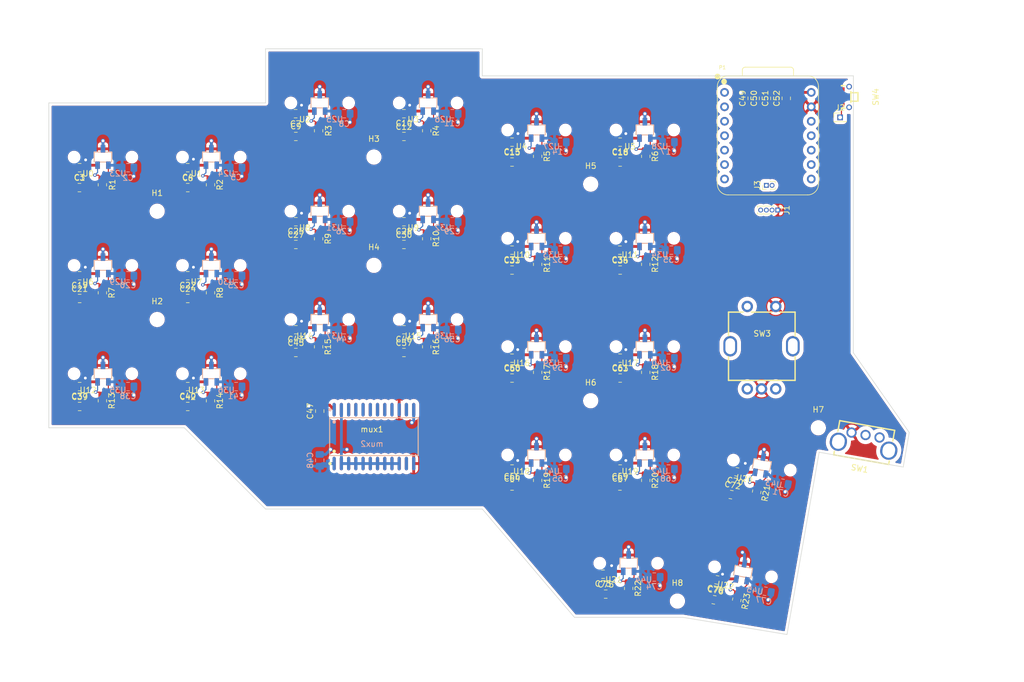
<source format=kicad_pcb>
(kicad_pcb (version 20241229) (generator "pcbnew") (generator_version "9.0")
  (layers (0 "F.Cu" signal) (2 "B.Cu" signal) (13 "F.Paste" user) (15 "B.Paste" user) (5 "F.SilkS" user "F.Silkscreen") (7 "B.SilkS" user "B.Silkscreen") (1 "F.Mask" user) (3 "B.Mask" user) (25 "Edge.Cuts" user))
  (net 0 "")
  (net 1 "GND")
  (net 2 "K0")
  (net 3 "K1")
  (net 4 "K2")
  (net 5 "K3")
  (net 6 "K4")
  (net 7 "K5")
  (net 8 "K6")
  (net 9 "K7")
  (net 10 "K8")
  (net 11 "K9")
  (net 12 "K10")
  (net 13 "K11")
  (net 14 "K12")
  (net 15 "K13")
  (net 16 "K14")
  (net 17 "K15")
  (net 18 "K16")
  (net 19 "K17")
  (net 20 "K18")
  (net 21 "K19")
  (net 22 "K20")
  (net 23 "K21")
  (net 24 "K22")
  (net 25 "SDA")
  (net 26 "encoderBtn1")
  (net 27 "MUX1")
  (net 28 "enco1A")
  (net 29 "S3")
  (net 30 "VBUS")
  (net 32 "S1")
  (net 33 "S2")
  (net 34 "SCL")
  (net 35 "S0")
  (net 36 "enco1B")
  (net 37 "MUX2")
  (net 38 "Net-(U1-VOUT)")
  (net 39 "Net-(U2-VOUT)")
  (net 40 "Net-(U10-VOUT)")
  (net 41 "Net-(U11-VOUT)")
  (net 42 "Net-(U12-VOUT)")
  (net 43 "Net-(U13-VOUT)")
  (net 44 "Net-(U14-VOUT)")
  (net 45 "Net-(U15-VOUT)")
  (net 46 "Net-(U16-VOUT)")
  (net 47 "Net-(U17-VOUT)")
  (net 48 "Net-(U18-VOUT)")
  (net 49 "Net-(U19-VOUT)")
  (net 50 "Net-(U20-VOUT)")
  (net 51 "Net-(U21-VOUT)")
  (net 52 "Net-(U22-VOUT)")
  (net 53 "Net-(U26-VOUT)")
  (net 54 "Net-(U27-VOUT)")
  (net 55 "Net-(U28-VOUT)")
  (net 56 "Net-(U29-VOUT)")
  (net 57 "Net-(U30-VOUT)")
  (net 58 "Net-(U31-VOUT)")
  (net 59 "Net-(U32-VOUT)")
  (net 60 "Net-(U0-VOUT)")
  (net 64 "Net-(J2-Pin_1)")
  (net 66 "Net-(J3-Pin_1)")
  (net 67 "Net-(J3-Pin_2)")
  (footprint "Resistor_SMD:R_0805_2012Metric_Pad1.20x1.40mm_HandSolder" (layer "F.Cu") (at 57 90.5 -90)
    (property "Reference" "R14")
    (property "Value" "10k")
  )
  (footprint "Resistor_SMD:R_0805_2012Metric_Pad1.20x1.40mm_HandSolder" (layer "F.Cu") (at 95 62 -90)
    (property "Reference" "R10")
    (property "Value" "10k")
  )
  (footprint "footprints:SOT-23-3_L2.9-W1.6-P1.90-LS2.8-BR" (layer "F.Cu") (at 57.15 66.675)
    (property "Reference" "U7")
    (property "Value" "HX6659ISO-B")
  )
  (footprint "Capacitor_SMD:C_0805_2012Metric_Pad1.18x1.45mm_HandSolder" (layer "F.Cu") (at 91 63)
    (property "Reference" "C30")
    (property "Value" "100nF")
  )
  (footprint "Resistor_SMD:R_0805_2012Metric_Pad1.20x1.40mm_HandSolder" (layer "F.Cu") (at 130.5 123.5 -90)
    (property "Reference" "R22")
    (property "Value" "10k")
  )
  (footprint "Capacitor_SMD:C_0805_2012Metric_Pad1.18x1.45mm_HandSolder" (layer "F.Cu") (at 53 68.5 180)
    (property "Reference" "C22")
    (property "Value" "100nF")
  )
  (footprint "Capacitor_SMD:C_0805_2012Metric_Pad1.18x1.45mm_HandSolder" (layer "F.Cu") (at 128.9625 105.5)
    (property "Reference" "C69")
    (property "Value" "100nF")
  )
  (footprint "Capacitor_SMD:C_0805_2012Metric_Pad1.18x1.45mm_HandSolder" (layer "F.Cu") (at 129 45 180)
    (property "Reference" "C16")
    (property "Value" "100nF")
  )
  (footprint "Capacitor_SMD:C_0805_2012Metric_Pad1.18x1.45mm_HandSolder" (layer "F.Cu") (at 34 88 180)
    (property "Reference" "C37")
    (property "Value" "100nF")
  )
  (footprint "Capacitor_SMD:C_0805_2012Metric_Pad1.18x1.45mm_HandSolder" (layer "F.Cu") (at 91 59 180)
    (property "Reference" "C28")
    (property "Value" "100nF")
  )
  (footprint "footprints:SOT-23-3_L2.9-W1.6-P1.90-LS2.8-BR" (layer "F.Cu") (at 150.601295 120.571793 -10)
    (property "Reference" "U22")
    (property "Value" "HX6659ISO-B")
  )
  (footprint "Resistor_SMD:R_0805_2012Metric_Pad1.20x1.40mm_HandSolder" (layer "F.Cu") (at 114.5 47.5 -90)
    (property "Reference" "R5")
    (property "Value" "10k")
  )
  (footprint "Resistor_SMD:R_0805_2012Metric_Pad1.20x1.40mm_HandSolder" (layer "F.Cu") (at 149.5 125.5 -100)
    (property "Reference" "R23")
    (property "Value" "10k")
  )
  (footprint "Capacitor_SMD:C_0805_2012Metric_Pad1.18x1.45mm_HandSolder" (layer "F.Cu") (at 149.5 103 170)
    (property "Reference" "C70")
    (property "Value" "100nF")
  )
  (footprint "Resistor_SMD:R_0805_2012Metric_Pad1.20x1.40mm_HandSolder" (layer "F.Cu") (at 153 106.5 -100)
    (property "Reference" "R21")
    (property "Value" "10k")
  )
  (footprint "footprints:SOT-23-3_L2.9-W1.6-P1.90-LS2.8-BR" (layer "F.Cu") (at 153.909293 101.811205 -10)
    (property "Reference" "U20")
    (property "Value" "HX6659ISO-B")
  )
  (footprint "Capacitor_SMD:C_0805_2012Metric_Pad1.18x1.45mm_HandSolder" (layer "F.Cu") (at 129 48.5)
    (property "Reference" "C18")
    (property "Value" "100nF")
  )
  (footprint "Capacitor_SMD:C_0805_2012Metric_Pad1.18x1.45mm_HandSolder" (layer "F.Cu") (at 53 53)
    (property "Reference" "C6")
    (property "Value" "100nF")
  )
  (footprint "Capacitor_SMD:C_0805_2012Metric_Pad1.18x1.45mm_HandSolder" (layer "F.Cu") (at 126.4625 124.5)
    (property "Reference" "C75")
    (property "Value" "100nF")
  )
  (footprint "Capacitor_SMD:C_0805_2012Metric_Pad1.18x1.45mm_HandSolder" (layer "F.Cu") (at 91 82)
    (property "Reference" "C57")
    (property "Value" "100nF")
  )
  (footprint "Capacitor_SMD:C_0805_2012Metric_Pad1.18x1.45mm_HandSolder" (layer "F.Cu") (at 154.2 37.3 90)
    (property "Reference" "C50")
    (property "Value" "100n")
  )
  (footprint "MountingHole:MountingHole_2.2mm_M2" (layer "F.Cu") (at 47.625 57.15)
    (property "Reference" "H1")
    (property "Value" "MountingHole")
  )
  (footprint "Resistor_SMD:R_0805_2012Metric_Pad1.20x1.40mm_HandSolder" (layer "F.Cu") (at 133.5 66.5 -90)
    (property "Reference" "R12")
    (property "Value" "10k")
  )
  (footprint "Capacitor_SMD:C_0805_2012Metric_Pad1.18x1.45mm_HandSolder" (layer "F.Cu") (at 110 105.5)
    (property "Reference" "C66")
    (property "Value" "100nF")
  )
  (footprint "footprints:SOT-23-3_L2.9-W1.6-P1.90-LS2.8-BR" (layer "F.Cu") (at 57.15 47.625)
    (property "Reference" "U1")
    (property "Value" "HX6659ISO-B")
  )
  (footprint "Capacitor_SMD:C_0805_2012Metric_Pad1.18x1.45mm_HandSolder" (layer "F.Cu") (at 72 63)
    (property "Reference" "C27")
    (property "Value" "100nF")
  )
  (footprint "Connector_PinHeader_1.00mm:PinHeader_1x02_P1.00mm_Vertical" (layer "F.Cu") (at 154.7 52.6 90)
    (property "Reference" "J3")
    (property "Value" "Conn_01x02_Socket")
  )
  (footprint "Resistor_SMD:R_0805_2012Metric_Pad1.20x1.40mm_HandSolder" (layer "F.Cu") (at 114.5 66.5 -90)
    (property "Reference" "R11")
    (property "Value" "10k")
  )
  (footprint "footprints:SOT-23-3_L2.9-W1.6-P1.90-LS2.8-BR" (layer "F.Cu") (at 130.4925 119.0625)
    (property "Reference" "U21")
    (property "Value" "HX6659ISO-B")
  )
  (footprint "Capacitor_SMD:C_0805_2012Metric_Pad1.18x1.45mm_HandSolder" (layer "F.Cu") (at 34 68.5 180)
    (property "Reference" "C19")
    (property "Value" "100nF")
  )
  (footprint "Resistor_SMD:R_0805_2012Metric_Pad1.20x1.40mm_HandSolder" (layer "F.Cu") (at 57 71.5 -90)
    (property "Reference" "R8")
    (property "Value" "10k")
  )
  (footprint "Resistor_SMD:R_0805_2012Metric_Pad1.20x1.40mm_HandSolder" (layer "F.Cu") (at 38 90.5 -90)
    (property "Reference" "R13")
    (property "Value" "10k")
  )
  (footprint "footprints:SOT-23-3_L2.9-W1.6-P1.90-LS2.8-BR" (layer "F.Cu") (at 95.25 38.1)
    (property "Reference" "U3")
    (property "Value" "HX6659ISO-B")
  )
  (footprint "Capacitor_SMD:C_0805_2012Metric_Pad1.18x1.45mm_HandSolder" (layer "F.Cu") (at 110 102.5 180)
    (property "Reference" "C64")
    (property "Value" "100nF")
  )
  (footprint "footprints:SOT-23-3_L2.9-W1.6-P1.90-LS2.8-BR" (layer "F.Cu") (at 114.3 80.9625)
    (property "Reference" "U16")
    (property "Value" "HX6659ISO-B")
  )
  (footprint "footprints:SW-TH_EC10EXXXXXXX" (layer "F.Cu") (at 171.959655 97.50092 170)
    (property "Reference" "SW1")
    (property "Value" "~")
  )
  (footprint "Resistor_SMD:R_0805_2012Metric_Pad1.20x1.40mm_HandSolder" (layer "F.Cu") (at 76 43 -90)
    (property "Reference" "R3")
    (property "Value" "10k")
  )
  (footprint "Capacitor_SMD:C_0805_2012Metric_Pad1.18x1.45mm_HandSolder" (layer "F.Cu") (at 126 121 180)
    (property "Reference" "C73")
    (property "Value" "100nF")
  )
  (footprint "footprints:SOT-23-3_L2.9-W1.6-P1.90-LS2.8-BR" (layer "F.Cu") (at 133.35 42.8625)
    (property "Reference" "U5")
    (property "Value" "HX6659ISO-B")
  )
  (footprint "Capacitor_SMD:C_0805_2012Metric_Pad1.18x1.45mm_HandSolder" (layer "F.Cu") (at 148.5 107 -10)
    (property "Reference" "C72")
    (property "Value" "100nF")
  )
  (footprint "Capacitor_SMD:C_0805_2012Metric_Pad1.18x1.45mm_HandSolder" (layer "F.Cu") (at 129 83 180)
    (property "Reference" "C61")
    (property "Value" "100nF")
  )
  (footprint "Capacitor_SMD:C_0805_2012Metric_Pad1.18x1.45mm_HandSolder" (layer "F.Cu") (at 91 78 180)
    (property "Reference" "C46")
    (property "Value" "100nF")
  )
  (footprint "footprints:SOT-23-3_L2.9-W1.6-P1.90-LS2.8-BR" (layer "F.Cu") (at 38.1 47.625)
    (property "Reference" "U0")
    (property "Value" "HX6659ISO-B")
  )
  (footprint "Capacitor_SMD:C_0805_2012Metric_Pad1.18x1.45mm_HandSolder" (layer "F.Cu") (at 91 44)
    (property "Reference" "C12")
    (property "Value" "100nF")
  )
  (footprint "footprints:SOT-23-3_L2.9-W1.6-P1.90-LS2.8-BR" (layer "F.Cu") (at 114.3 42.8625)
    (property "Reference" "U4")
    (property "Value" "HX6659ISO-B")
  )
  (footprint "Capacitor_SMD:C_0805_2012Metric_Pad1.18x1.45mm_HandSolder" (layer "F.Cu") (at 145.5 125.5 -10)
    (property "Reference" "C78")
    (property "Value" "100nF")
  )
  (footprint "Resistor_SMD:R_0805_2012Metric_Pad1.20x1.40mm_HandSolder" (layer "F.Cu") (at 57 52.5 -90)
    (property "Reference" "R2")
    (property "Value" "10k")
  )
  (footprint "Capacitor_SMD:C_0805_2012Metric_Pad1.18x1.45mm_HandSolder" (layer "F.Cu") (at 53 91.5)
    (property "Reference" "C42")
    (property "Value" "100nF")
  )
  (footprint "Connector_PinHeader_1.00mm:PinHeader_1x04_P1.00mm_Vertical" (layer "F.Cu") (at 156.7 56.95 -90)
    (property "Reference" "J1")
    (property "Value" "Display conector")
  )
  (footprint "footprints:XIAO-nRF52840-DIP-Bare" (layer "F.Cu") (at 154.97 43.87)
    (property "Reference" "P1")
    (property "Value" "Xiao nRF52840")
  )
  (footprint "Capacitor_SMD:C_0805_2012Metric_Pad1.18x1.45mm_HandSolder" (layer "F.Cu") (at 146 122 170)
    (property "Reference" "C76")
    (property "Value" "100nF")
  )
  (footprint "Capacitor_SMD:C_0805_2012Metric_Pad1.18x1.45mm_HandSolder" (layer "F.Cu") (at 71.9625 40 180)
    (property "Reference" "C7")
    (property "Value" "100nF")
  )
  (footprint "Resistor_SMD:R_0805_2012Metric_Pad1.20x1.40mm_HandSolder" (layer "F.Cu") (at 133.5 47.5 -90)
    (property "Reference" "R6")
    (property "Value" "10k")
  )
  (footprint "Capacitor_SMD:C_0805_2012Metric_Pad1.18x1.45mm_HandSolder" (layer "F.Cu") (at 34 49.5 180)
    (property "Reference" "C1")
    (property "Value" "100nF")
  )
  (footprint "footprints:SOT-23-3_L2.9-W1.6-P1.90-LS2.8-BR" (layer "F.Cu") (at 95.25 76.2)
    (property "Reference" "U15")
    (property "Value" "HX6659ISO-B")
  )
  (footprint "Capacitor_SMD:C_0805_2012Metric_Pad1.18x1.45mm_HandSolder" (layer "F.Cu") (at 156.19 37.3 90)
    (property "Reference" "C51")
    (property "Value" "100n")
  )
  (footprint "Capacitor_SMD:C_0805_2012Metric_Pad1.18x1.45mm_HandSolder" (layer "F.Cu") (at 129 102.5 180)
    (property "Reference" "C67")
    (property "Value" "100nF")
  )
  (footprint "footprints:SOT-23-3_L2.9-W1.6-P1.90-LS2.8-BR" (layer "F.Cu") (at 38.1 66.675)
    (property "Reference" "U6")
    (property "Value" "HX6659ISO-B")
  )
  (footprint "MountingHole:MountingHole_2.2mm_M2" (layer "F.Cu") (at 163.83 95.25)
    (property "Reference" "H7")
    (property "Value" "MountingHole")
  )
  (footprint "footprints:SOT-23-3_L2.9-W1.6-P1.90-LS2.8-BR" (layer "F.Cu") (at 133.35 100.0125)
    (property "Reference" "U19")
    (property "Value" "HX6659ISO-B")
  )
  (footprint "Resistor_SMD:R_0805_2012Metric_Pad1.20x1.40mm_HandSolder" (layer "F.Cu") (at 76 62 -90)
    (property "Reference" "R9")
    (property "Value" "10k")
  )
  (footprint "Capacitor_SMD:C_0805_2012Metric_Pad1.18x1.45mm_HandSolder" (layer "F.Cu") (at 72 44)
    (property "Reference" "C9")
    (property "Value" "100nF")
  )
  (footprint "footprints:SOT-23-3_L2.9-W1.6-P1.90-LS2.8-BR" (layer "F.Cu") (at 76.2 76.2)
    (property "Reference" "U14")
    (property "Value" "HX6659ISO-B")
  )
  (footprint "Capacitor_SMD:C_0805_2012Metric_Pad1.18x1.45mm_HandSolder" (layer "F.Cu") (at 72 59 180)
    (property "Reference" "C25")
    (property "Value" "100nF")
  )
  (footprint "MountingHole:MountingHole_2.2mm_M2" (layer "F.Cu") (at 85.725 66.675)
    (property "Reference" "H4")
    (property "Value" "MountingHole")
  )
  (footprint "Resistor_SMD:R_0805_2012Metric_Pad1.20x1.40mm_HandSolder" (layer "F.Cu") (at 76 81 -90)
    (property "Reference" "R15")
    (property "Value" "10k")
  )
  (footprint "Resistor_SMD:R_0805_2012Metric_Pad1.20x1.40mm_HandSolder" (layer "F.Cu") (at 95 43 -90)
    (property "Reference" "R4")
    (property "Value" "10k")
  )
  (footprint "MountingHole:MountingHole_2.2mm_M2" (layer "F.Cu") (at 123.825 90.4875)
    (property "Reference" "H6")
    (property "Value" "MountingHole")
  )
  (footprint "Resistor_SMD:R_0805_2012Metric_Pad1.20x1.40mm_HandSolder" (layer "F.Cu") (at 38 71.5 -90)
    (property "Reference" "R7")
    (property "Value" "10k")
  )
  (footprint "Capacitor_SMD:C_0805_2012Metric_Pad1.18x1.45mm_HandSolder" (layer "F.Cu") (at 110 48.5)
    (property "Reference" "C15")
    (property "Value" "100nF")
  )
  (footprint "Capacitor_SMD:C_0805_2012Metric_Pad1.18x1.45mm_HandSolder" (layer "F.Cu") (at 129 67.5)
    (property "Reference" "C36")
    (property "Value" "100nF")
  )
  (footprint "Capacitor_SMD:C_0805_2012Metric_Pad1.18x1.45mm_HandSolder" (layer "F.Cu") (at 110 86.5)
    (property "Reference" "C60")
    (property "Value" "100nF")
  )
  (footprint "footprints:SOT-23-3_L2.9-W1.6-P1.90-LS2.8-BR" (layer "F.Cu") (at 76.2 57.15)
    (property "Reference" "U8")
    (property "Value" "HX6659ISO-B")
  )
  (footprint "MountingHole:MountingHole_2.2mm_M2" (layer "F.Cu") (at 139.065 125.73)
    (property "Reference" "H8")
    (property "Value" "MountingHole")
  )
  (footprint "footprints:SOT-23-3_L2.9-W1.6-P1.90-LS2.8-BR" (layer "F.Cu") (at 76.2 38.1)
    (property "Reference" "U2")
    (property "Value" "HX6659ISO-B")
  )
  (footprint "Capacitor_SMD:C_0805_2012Metric_Pad1.18x1.45mm_HandSolder" (layer "F.Cu") (at 72 82)
    (property "Reference" "C45")
    (property "Value" "100nF")
  )
  (footprint "Capacitor_SMD:C_0805_2012Metric_Pad1.18x1.45mm_HandSolder" (layer "F.Cu") (at 53 49.5 180)
    (property "Reference" "C4")
    (property "Value" "100nF")
  )
  (footprint "footprints:SW-SMD_TCEPQR" (layer "F.Cu") (at 168.84 37.055 -90)
    (property "Reference" "SW4")
    (property "Value" "~")
  )
  (footprint "Resistor_SMD:R_0805_2012Metric_Pad1.20x1.40mm_HandSolder" (layer "F.Cu") (at 114.5 104.5 -90)
    (property "Reference" "R19")
    (property "Value" "10k")
  )
  (footprint "footprints:SOT-23-3_L2.9-W1.6-P1.90-LS2.8-BR" (layer "F.Cu") (at 38.1 85.725)
    (property "Reference" "U12")
    (property "Value" "HX6659ISO-B")
  )
  (footprint "footprints:SOIC-24_L15.4-W7.5-P1.27-LS10.3-BL" (layer "F.Cu") (at 85.725 96.8)
    (property "Reference" "mux1")
    (property "Value" "CD74HC4067M96")
  )
  (footprint "footprints:SOT-23-3_L2.9-W1.6-P1.90-LS2.8-BR" (layer "F.Cu") (at 114.3 100.0125)
    (property "Reference" "U18")
    (property "Value" "HX6659ISO-B")
  )
  (footprint "Capacitor_SMD:C_0805_2012Metric_Pad1.18x1.45mm_HandSolder" (layer "F.Cu") (at 91 40 180)
    (property "Reference" "C10")
    (property "Value" "100nF")
  )
  (footprint "MountingHole:MountingHole_2.2mm_M2" (layer "F.Cu") (at 85.725 47.625)
    (property "Reference" "H3")
    (property "Value" "MountingHole")
  )
  (footprint "Capacitor_SMD:C_0805_2012Metric_Pad1.18x1.45mm_HandSolder" (layer "F.Cu") (at 158.2 37.3 90)
    (property "Reference" "C52")
    (property "Value" "100n")
  )
  (footprint "Connector_PinHeader_1.27mm:PinHeader_1x01_P1.27mm_Vertical" (layer "F.Cu") (at 167.67 40.645)
    (property "Reference" "J2")
    (property "Value" "Conn_01x01_Socket")
  )
  (footprint "Capacitor_SMD:C_0805_2012Metric_Pad1.18x1.45mm_HandSolder" (layer "F.Cu") (at 152.2 37.3 90)
    (property "Reference" "C49")
    (property "Value" "100n")
  )
  (footprint "Capacitor_SMD:C_0805_2012Metric_Pad1.18x1.45mm_HandSolder" (layer "F.Cu") (at 53 88 180)
    (property "Reference" "C40")
    (property "Value" "100nF")
  )
  (footprint "footprints:SW-TH_EC11NXXXX" (layer "F.Cu") (at 153.95 80.9)
    (property "Reference" "SW3")
    (property "Value" "EC11N1520401")
  )
  (footprint "Resistor_SMD:R_0805_2012Metric_Pad1.20x1.40mm_HandSolder" (layer "F.Cu") (at 38 52.5 -90)
    (property "Reference" "R1")
    (property "Value" "10k")
  )
  (footprint "footprints:SOT-23-3_L2.9-W1.6-P1.90-LS2.8-BR" (layer "F.Cu") (at 114.3 61.9125)
    (property "Reference" "U10")
    (property "Value" "HX6659ISO-B")
  )
  (footprint "Resistor_SMD:R_0805_2012Metric_Pad1.20x1.40mm_HandSolder" (layer "F.Cu") (at 95 81 -90)
    (property "Reference" "R16")
    (property "Value" "10k")
  )
  (footprint "footprints:SOT-23-3_L2.9-W1.6-P1.90-LS2.8-BR" (layer "F.Cu") (at 57.15 85.725)
    (property "Reference" "U13")
    (property "Value" "HX6659ISO-B")
  )
  (footprint "MountingHole:MountingHole_2.2mm_M2" (layer "F.Cu") (at 47.625 76.2)
    (property "Reference" "H2")
    (property "Value" "MountingHole")
  )
  (footprint "Capacitor_SMD:C_0805_2012Metric_Pad1.18x1.45mm_HandSolder" (layer "F.Cu") (at 33.9625 53)
    (property "Reference" "C3")
    (property "Value" "100nF")
  )
  (footprint "Resistor_SMD:R_0805_2012Metric_Pad1.20x1.40mm_HandSolder" (layer "F.Cu") (at 133.5 104.5 -90)
    (property "Reference" "R20")
    (property "Value" "10k")
  )
  (footprint "Resistor_SMD:R_0805_2012Metric_Pad1.20x1.40mm_HandSolder" (layer "F.Cu") (at 114.5 85.5 -90)
    (property "Reference" "R17")
    (property "Value" "10k")
  )
  (footprint "Capacitor_SMD:C_0805_2012Metric_Pad1.18x1.45mm_HandSolder" (layer "F.Cu") (at 76.2 92.3075 90)
    (property "Reference" "C47")
    (property "Value" "100n")
  )
  (footprint "footprints:SOT-23-3_L2.9-W1.6-P1.90-LS2.8-BR" (layer "F.Cu") (at 95.25 57.15)
    (property "Reference" "U9")
    (property "Value" "HX6659ISO-B")
  )
  (footprint "Capacitor_SMD:C_0805_2012Metric_Pad1.18x1.45mm_HandSolder" (layer "F.Cu") (at 110 45 180)
    (property "Reference" "C13")
    (property "Value" "100nF")
  )
  (footprint "Capacitor_SMD:C_0805_2012Metric_Pad1.18x1.45mm_HandSolder" (layer "F.Cu") (at 72 78 180)
    (property "Reference" "C43")
    (property "Value" "100nF")
  )
  (footprint "MountingHole:MountingHole_2.2mm_M2" (layer "F.Cu") (at 123.825 52.3875)
    (property "Reference" "H5")
    (property "Value" "MountingHole")
  )
  (footprint "Resistor_SMD:R_0805_2012Metric_Pad1.20x1.40mm_HandSolder" (layer "F.Cu") (at 133.5 85.5 -90)
    (property "Reference" "R18")
    (property "Value" "10k")
  )
  (footprint "Capacitor_SMD:C_0805_2012Metric_Pad1.18x1.45mm_HandSolder" (layer "F.Cu") (at 128.9625 64 180)
    (property "Reference" "C34")
    (property "Value" "100nF")
  )
  (footprint "Capacitor_SMD:C_0805_2012Metric_Pad1.18x1.45mm_HandSolder" (layer "F.Cu") (at 34 91.5)
    (property "Reference" "C39")
    (property "Value" "100nF")
  )
  (footprint "Capacitor_SMD:C_0805_2012Metric_Pad1.18x1.45mm_HandSolder" (layer "F.Cu") (at 110 64 180)
    (property "Reference" "C31")
    (property "Value" "100nF")
  )
  (footprint "Capacitor_SMD:C_0805_2012Metric_Pad1.18x1.45mm_HandSolder" (layer "F.Cu") (at 53 72.5)
    (property "Reference" "C24")
    (property "Value" "100nF")
  )
  (footprint "footprints:SOT-23-3_L2.9-W1.6-P1.90-LS2.8-BR" (layer "F.Cu") (at 133.35 61.9125)
    (property "Reference" "U11")
    (property "Value" "HX6659ISO-B")
  )
  (footprint "Capacitor_SMD:C_0805_2012Metric_Pad1.18x1.45mm_HandSolder" (layer "F.Cu") (at 110 83 180)
    (property "Reference" "C58")
    (property "Value" "100nF")
  )
  (footprint "Capacitor_SMD:C_0805_2012Metric_Pad1.18x1.45mm_HandSolder" (layer "F.Cu") (at 129 86.5)
    (property "Reference" "C63")
    (property "Value" "100nF")
  )
  (footprint "Capacitor_SMD:C_0805_2012Metric_Pad1.18x1.45mm_HandSolder" (layer "F.Cu") (at 34 72.5)
    (property "Reference" "C21")
    (property "Value" "100nF")
  )
  (footprint "Capacitor_SMD:C_0805_2012Metric_Pad1.18x1.45mm_HandSolder" (layer "F.Cu") (at 110 67.5)
    (property "Reference" "C33")
    (property "Value" "100nF")
  )
  (footprint "footprints:SOT-23-3_L2.9-W1.6-P1.90-LS2.8-BR" (layer "F.Cu") (at 133.35 80.9625)
    (property "Reference" "U17")
    (property "Value" "HX6659ISO-B")
  )
  (footprint "Capacitor_SMD:C_0805_2012Metric_Pad1.18x1.45mm_HandSolder" (layer "B.Cu") (at 42.5 88)
    (property "Reference" "C38")
    (property "Value" "100nF")
  )
  (footprint "Capacitor_SMD:C_0805_2012Metric_Pad1.18x1.45mm_HandSolder" (layer "B.Cu") (at 137.5 102.5)
    (property "Reference" "C68")
    (property "Value" "100nF")
  )
  (footprint "Capacitor_SMD:C_0805_2012Metric_Pad1.18x1.45mm_HandSolder" (layer "B.Cu") (at 99.5 59)
    (property "Reference" "C29")
    (property "Value" "100nF")
  )
  (footprint "Capacitor_SMD:C_0805_2012Metric_Pad1.18x1.45mm_HandSolder" (layer "B.Cu") (at 118.5 64)
    (property "Reference" "C32")
    (property "Value" "100nF")
  )
  (footprint "Capacitor_SMD:C_0805_2012Metric_Pad1.18x1.45mm_HandSolder" (layer "B.Cu") (at 138 64)
    (property "Reference" "C35")
    (property "Value" "100nF")
  )
  (footprint "Capacitor_SMD:C_0805_2012Metric_Pad1.18x1.45mm_HandSolder" (layer "B.Cu") (at 99.5 40)
    (property "Reference" "C11")
    (property "Value" "100nF")
  )
  (footprint "footprints:SOT-23-3_L2.9-W1.6-P1.90-LS2.8-BR" (layer "B.Cu") (at 114.3 42.8625 180)
    (property "Reference" "U27")
    (property "Value" "HX6659ISO-B")
  )
  (footprint "footprints:SOT-23-3_L2.9-W1.6-P1.90-LS2.8-BR" (layer "B.Cu") (at 133.35 80.9625 180)
    (property "Reference" "U40")
    (property "Value" "HX6659ISO-B")
  )
  (footprint "Capacitor_SMD:C_0805_2012Metric_Pad1.18x1.45mm_HandSolder" (layer "B.Cu") (at 42.5 49.5)
    (property "Reference" "C2")
    (property "Value" "100nF")
  )
  (footprint "footprints:SOT-23-3_L2.9-W1.6-P1.90-LS2.8-BR" (layer "B.Cu") (at 150.601295 120.571793 170)
    (property "Reference" "U45")
    (property "Value" "HX6659ISO-B")
  )
  (footprint "footprints:SOT-23-3_L2.9-W1.6-P1.90-LS2.8-BR" (layer "B.Cu") (at 76.2 76.2 180)
    (property "Reference" "U37")
    (property "Value" "HX6659ISO-B")
  )
  (footprint "footprints:SOT-23-3_L2.9-W1.6-P1.90-LS2.8-BR" (layer "B.Cu") (at 133.35 61.9125 180)
    (property "Reference" "U34")
    (property "Value" "HX6659ISO-B")
  )
  (footprint "Capacitor_SMD:C_0805_2012Metric_Pad1.18x1.45mm_HandSolder" (layer "B.Cu") (at 154.5 124 -10)
    (property "Reference" "C77")
    (property "Value" "100nF")
  )
  (footprint "footprints:SOT-23-3_L2.9-W1.6-P1.90-LS2.8-BR" (layer "B.Cu") (at 57.15 85.725 180)
    (property "Reference" "U36")
    (property "Value" "HX6659ISO-B")
  )
  (footprint "Capacitor_SMD:C_0805_2012Metric_Pad1.18x1.45mm_HandSolder" (layer "B.Cu") (at 61.5 88)
    (property "Reference" "C41")
    (property "Value" "100nF")
  )
  (footprint "footprints:SOT-23-3_L2.9-W1.6-P1.90-LS2.8-BR" (layer "B.Cu") (at 76.2 57.15 180)
    (property "Reference" "U31")
    (property "Value" "HX6659ISO-B")
  )
  (footprint "footprints:SOT-23-3_L2.9-W1.6-P1.90-LS2.8-BR" (layer "B.Cu") (at 130.4925 119.0625 180)
    (property "Reference" "U44")
    (property "Value" "HX6659ISO-B")
  )
  (footprint "Capacitor_SMD:C_0805_2012Metric_Pad1.18x1.45mm_HandSolder" (layer "B.Cu") (at 157.5 105 -10)
    (property "Reference" "C71")
    (property "Value" "100nF")
  )
  (footprint "Capacitor_SMD:C_0805_2012Metric_Pad1.18x1.45mm_HandSolder" (layer "B.Cu") (at 61.5 49.5)
    (property "Reference" "C5")
    (property "Value" "100nF")
  )
  (footprint "footprints:SOT-23-3_L2.9-W1.6-P1.90-LS2.8-BR" (layer "B.Cu") (at 38.1 47.625 180)
    (property "Reference" "U23")
    (property "Value" "HX6659ISO-B")
  )
  (footprint "Capacitor_SMD:C_0805_2012Metric_Pad1.18x1.45mm_HandSolder" (layer "B.Cu") (at 76.2 100.965 -90)
    (property "Reference" "C48")
    (property "Value" "100n")
  )
  (footprint "Capacitor_SMD:C_0805_2012Metric_Pad1.18x1.45mm_HandSolder" (layer "B.Cu") (at 80.5 78)
    (property "Reference" "C44")
    (property "Value" "100nF")
  )
  (footprint "footprints:SOT-23-3_L2.9-W1.6-P1.90-LS2.8-BR" (layer "B.Cu") (at 95.25 57.15 180)
    (property "Reference" "U32")
    (property "Value" "HX6659ISO-B")
  )
  (footprint "Capacitor_SMD:C_0805_2012Metric_Pad1.18x1.45mm_HandSolder" (layer "B.Cu") (at 135 121.5)
    (property "Reference" "C74")
    (property "Value" "100nF")
  )
  (footprint "Capacitor_SMD:C_0805_2012Metric_Pad1.18x1.45mm_HandSolder" (layer "B.Cu") (at 118.5 102.5)
    (property "Reference" "C65")
    (property "Value" "100nF")
  )
  (footprint "footprints:SOT-23-3_L2.9-W1.6-P1.90-LS2.8-BR" (layer "B.Cu") (at 95.25 76.2 180)
    (property "Reference" "U38")
    (property "Value" "HX6659ISO-B")
  )
  (footprint "footprints:SOT-23-3_L2.9-W1.6-P1.90-LS2.8-BR" (layer "B.Cu") (at 133.35 100.0125 180)
    (property "Reference" "U42")
    (property "Value" "HX6659ISO-B")
  )
  (footprint "Capacitor_SMD:C_0805_2012Metric_Pad1.18x1.45mm_HandSolder" (layer "B.Cu") (at 80.5 40)
    (property "Reference" "C8")
    (property "Value" "100nF")
  )
  (footprint "Capacitor_SMD:C_0805_2012Metric_Pad1.18x1.45mm_HandSolder" (layer "B.Cu") (at 99.5 78)
    (property "Reference" "C56")
    (property "Value" "100nF")
  )
  (footprint "Capacitor_SMD:C_0805_2012Metric_Pad1.18x1.45mm_HandSolder" (layer "B.Cu") (at 80.5 59)
    (property "Reference" "C26")
    (property "Value" "100nF")
  )
  (footprint "Capacitor_SMD:C_0805_2012Metric_Pad1.18x1.45mm_HandSolder" (layer "B.Cu") (at 118.5 83)
    (property "Reference" "C59")
    (property "Value" "100nF")
  )
  (footprint "footprints:SOT-23-3_L2.9-W1.6-P1.90-LS2.8-BR" (layer "B.Cu") (at 57.15 47.625 180)
    (property "Reference" "U24")
    (property "Value" "HX6659ISO-B")
  )
  (footprint "Capacitor_SMD:C_0805_2012Metric_Pad1.18x1.45mm_HandSolder" (layer "B.Cu") (at 137.5 83)
    (property "Reference" "C62")
    (property "Value" "100nF")
  )
  (footprint "footprints:SOIC-24_L15.4-W7.5-P1.27-LS10.3-BL" (layer "B.Cu") (at 85.725 96.8)
    (property "Reference" "mux2")
    (property "Value" "CD74HC4067M96")
  )
  (footprint "Capacitor_SMD:C_0805_2012Metric_Pad1.18x1.45mm_HandSolder" (layer "B.Cu") (at 118.5 45)
    (property "Reference" "C14")
    (property "Value" "100nF")
  )
  (footprint "footprints:SOT-23-3_L2.9-W1.6-P1.90-LS2.8-BR" (layer "B.Cu") (at 95.25 38.1 180)
    (property "Reference" "U26")
    (property "Value" "HX6659ISO-B")
  )
  (footprint "footprints:SOT-23-3_L2.9-W1.6-P1.90-LS2.8-BR" (layer "B.Cu") (at 38.1 85.725 180)
    (property "Reference" "U35")
    (property "Value" "HX6659ISO-B")
  )
  (footprint "Capacitor_SMD:C_0805_2012Metric_Pad1.18x1.45mm_HandSolder" (layer "B.Cu") (at 42.5 68.5)
    (property "Reference" "C20")
    (property "Value" "100nF")
  )
  (footprint "footprints:SOT-23-3_L2.9-W1.6-P1.90-LS2.8-BR" (layer "B.Cu") (at 114.3 61.9125 180)
    (property "Reference" "U33")
    (property "Value" "HX6659ISO-B")
  )
  (footprint "footprints:SOT-23-3_L2.9-W1.6-P1.90-LS2.8-BR" (layer "B.Cu") (at 133.35 42.8625 180)
    (property "Reference" "U28")
    (property "Value" "HX6659ISO-B")
  )
  (footprint "Capacitor_SMD:C_0805_2012Metric_Pad1.18x1.45mm_HandSolder" (layer "B.Cu") (at 61.5 68.5)
    (property "Reference" "C23")
    (property "Value" "100nF")
  )
  (footprint "footprints:SOT-23-3_L2.9-W1.6-P1.90-LS2.8-BR" (layer "B.Cu") (at 76.2 38.1 180)
    (property "Reference" "U25")
    (property "Value" "HX6659ISO-B")
  )
  (footprint "footprints:SOT-23-3_L2.9-W1.6-P1.90-LS2.8-BR" (layer "B.Cu") (at 38.1 66.675 180)
    (property "Reference" "U29")
    (property "Value" "HX6659ISO-B")
  )
  (footprint "Capacitor_SMD:C_0805_2012Metric_Pad1.18x1.45mm_HandSolder" (layer "B.Cu") (at 137.5 45)
    (property "Reference" "C17")
    (property "Value" "100nF")
  )
  (footprint "footprints:SOT-23-3_L2.9-W1.6-P1.90-LS2.8-BR" (layer "B.Cu") (at 114.3 80.9625 180)
    (property "Reference" "U39")
    (property "Value" "HX6659ISO-B")
  )
  (footprint "footprints:SOT-23-3_L2.9-W1.6-P1.90-LS2.8-BR" (layer "B.Cu") (at 153.909293 101.811205 170)
    (property "Reference" "U43")
    (property "Value" "HX6659ISO-B")
  )
  (footprint "footprints:SOT-23-3_L2.9-W1.6-P1.90-LS2.8-BR" (layer "B.Cu") (at 57.15 66.675 180)
    (property "Reference" "U30")
    (property "Value" "HX6659ISO-B")
  )
  (footprint "footprints:SOT-23-3_L2.9-W1.6-P1.90-LS2.8-BR" (layer "B.Cu") (at 114.3 100.0125 180)
    (property "Reference" "U41")
    (property "Value" "HX6659ISO-B")
  )
  (gr_line (start 158.3275 131.605) (end 163.9825 99.5475) (stroke (width 0.1)) (layer "Edge.Cuts"))
  (gr_line (start 142.875 33.3375) (end 170 33.3375) (stroke (width 0.1)) (layer "Edge.Cuts"))
  (gr_line (start 28.575 38.1) (end 28.575 95.25) (stroke (width 0.1)) (layer "Edge.Cuts"))
  (gr_line (start 66.675 38.1) (end 66.675 28.575) (stroke (width 0.1)) (layer "Edge.Cuts"))
  (gr_line (start 179.815 96.0725) (end 169.9925 82.05) (stroke (width 0.1)) (layer "Edge.Cuts"))
  (gr_line (start 170 33.3375) (end 169.9925 82.05) (stroke (width 0.1)) (layer "Edge.Cuts"))
  (gr_line (start 104.775 28.575) (end 104.775 33.3375) (stroke (width 0.1)) (layer "Edge.Cuts"))
  (gr_line (start 120.9675 128.5875) (end 104.775 109.5375) (stroke (width 0.1)) (layer "Edge.Cuts"))
  (gr_line (start 104.775 109.5375) (end 66.6775 109.537) (stroke (width 0.1)) (layer "Edge.Cuts"))
  (gr_line (start 66.675 28.575) (end 104.775 28.575) (stroke (width 0.1)) (layer "Edge.Cuts"))
  (gr_line (start 28.575 38.1) (end 66.675 38.1) (stroke (width 0.1)) (layer "Edge.Cuts"))
  (gr_line (start 120.9675 128.5875) (end 140.0175 128.5875) (stroke (width 0.1)) (layer "Edge.Cuts"))
  (gr_line (start 52.4 95.25) (end 28.575 95.25) (stroke (width 0.1)) (layer "Edge.Cuts"))
  (gr_line (start 104.775 33.3375) (end 142.875 33.3375) (stroke (width 0.1)) (layer "Edge.Cuts"))
  (gr_line (start 140.0175 128.5875) (end 158.3275 131.605) (stroke (width 0.1)) (layer "Edge.Cuts"))
  (gr_line (start 163.98 99.5475) (end 178.755 102.15) (stroke (width 0.1)) (layer "Edge.Cuts"))
  (gr_line (start 66.6775 109.537) (end 52.4 95.25) (stroke (width 0.1)) (layer "Edge.Cuts"))
  (gr_line (start 178.755 102.15) (end 179.815 96.0725) (stroke (width 0.1)) (layer "Edge.Cuts"))
  (via (at 119.5 104) (size 0.8) (drill 0.5) (layers "F.Cu" "B.Cu") (net 1))
  (via (at 119.5 65.5) (size 0.8) (drill 0.5) (layers "F.Cu" "B.Cu") (net 1))
  (via (at 43.5 89.5) (size 0.8) (drill 0.5) (layers "F.Cu" "B.Cu") (net 1))
  (via (at 100.5 41.5) (size 0.8) (drill 0.5) (layers "F.Cu" "B.Cu") (net 1))
  (via (at 43.5 70) (size 0.8) (drill 0.5) (layers "F.Cu" "B.Cu") (net 1))
  (via (at 158 106.5) (size 0.8) (drill 0.5) (layers "F.Cu" "B.Cu") (net 1))
  (via (at 78.105 99.06) (size 0.8) (drill 0.5) (layers "F.Cu" "B.Cu") (net 1))
  (via (at 76.2 35.2425) (size 0.8) (drill 0.5) (layers "F.Cu" "B.Cu") (net 1))
  (via (at 136 123) (size 0.8) (drill 0.5) (layers "F.Cu" "B.Cu") (net 1))
  (via (at 138.5 46.5) (size 0.8) (drill 0.5) (layers "F.Cu" "B.Cu") (net 1))
  (via (at 100.5 79.5) (size 0.8) (drill 0.5) (layers "F.Cu" "B.Cu") (net 1))
  (via (at 81.5 41.5) (size 0.8) (drill 0.5) (layers "F.Cu" "B.Cu") (net 1))
  (via (at 38.1 82.8675) (size 0.8) (drill 0.5) (layers "F.Cu" "B.Cu") (net 1))
  (via (at 62.5 89.5) (size 0.8) (drill 0.5) (layers "F.Cu" "B.Cu") (net 1))
  (via (at 114.3 78.105) (size 0.8) (drill 0.5) (layers "F.Cu" "B.Cu") (net 1))
  (via (at 81.5 79.5) (size 0.8) (drill 0.5) (layers "F.Cu" "B.Cu") (net 1))
  (via (at 76.2 73.3425) (size 0.8) (drill 0.5) (layers "F.Cu" "B.Cu") (net 1))
  (via (at 57.15 82.8675) (size 0.8) (drill 0.5) (layers "F.Cu" "B.Cu") (net 1))
  (via (at 139 65.5) (size 0.8) (drill 0.5) (layers "F.Cu" "B.Cu") (net 1))
  (via (at 57.15 63.8175) (size 0.8) (drill 0.5) (layers "F.Cu" "B.Cu") (net 1))
  (via (at 57.15 44.7675) (size 0.8) (drill 0.5) (layers "F.Cu" "B.Cu") (net 1))
  (via (at 95.25 35.2425) (size 0.8) (drill 0.5) (layers "F.Cu" "B.Cu") (net 1))
  (via (at 133.35 59.055) (size 0.8) (drill 0.5) (layers "F.Cu" "B.Cu") (net 1))
  (via (at 138.5 84.5) (size 0.8) (drill 0.5) (layers "F.Cu" "B.Cu") (net 1))
  (via (at 62.5 51) (size 0.8) (drill 0.5) (layers "F.Cu" "B.Cu") (net 1))
  (via (at 133.35 78.105) (size 0.8) (drill 0.5) (layers "F.Cu" "B.Cu") (net 1))
  (via (at 150.495 117.1575) (size 0.8) (drill 0.5) (layers "F.Cu" "B.Cu") (net 1))
  (via (at 100.5 60.5) (size 0.8) (drill 0.5) (layers "F.Cu" "B.Cu") (net 1))
  (via (at 154.305 99.06) (size 0.8) (drill 0.5) (layers "F.Cu" "B.Cu") (net 1))
  (via (at 114.3 40.005) (size 0.8) (drill 0.5) (layers "F.Cu" "B.Cu") (net 1))
  (via (at 76.2 54.2925) (size 0.8) (drill 0.5) (layers "F.Cu" "B.Cu") (net 1))
  (via (at 38.1 63.8175) (size 0.8) (drill 0.5) (layers "F.Cu" "B.Cu") (net 1))
  (via (at 38.1 44.7675) (size 0.8) (drill 0.5) (layers "F.Cu" "B.Cu") (net 1))
  (via (at 62.5 70) (size 0.8) (drill 0.5) (layers "F.Cu" "B.Cu") (net 1))
  (via (at 92.388041 94.315854) (size 0.8) (drill 0.5) (layers "F.Cu" "B.Cu") (net 1))
  (via (at 81.5 60.5) (size 0.8) (drill 0.5) (layers "F.Cu" "B.Cu") (net 1))
  (via (at 80.9625 99.06) (size 0.8) (drill 0.5) (layers "F.Cu" "B.Cu") (net 1))
  (via (at 114.3 59.055) (size 0.8) (drill 0.5) (layers "F.Cu" "B.Cu") (net 1))
  (via (at 130.4925 116.205) (size 0.8) (drill 0.5) (layers "F.Cu" "B.Cu") (net 1))
  (via (at 119.5 46.5) (size 0.8) (drill 0.5) (layers "F.Cu" "B.Cu") (net 1))
  (via (at 119.5 84.5) (size 0.8) (drill 0.5) (layers "F.Cu" "B.Cu") (net 1))
  (via (at 95.25 54.2925) (size 0.8) (drill 0.5) (layers "F.Cu" "B.Cu") (net 1))
  (via (at 114.3 97.155) (size 0.8) (drill 0.5) (layers "F.Cu" "B.Cu") (net 1))
  (via (at 155 125.5) (size 0.8) (drill 0.5) (layers "F.Cu" "B.Cu") (net 1))
  (via (at 133.35 97.155) (size 0.8) (drill 0.5) (layers "F.Cu" "B.Cu") (net 1))
  (via (at 43.5 51) (size 0.8) (drill 0.5) (layers "F.Cu" "B.Cu") (net 1))
  (via (at 95.25 73.3425) (size 0.8) (drill 0.5) (layers "F.Cu" "B.Cu") (net 1))
  (via (at 133.35 40.005) (size 0.8) (drill 0.5) (layers "F.Cu" "B.Cu") (net 1))
  (via (at 138.5 104) (size 0.8) (drill 0.5) (layers "F.Cu" "B.Cu") (net 1))
  (segment (start 92.715 93.988895) (end 92.388041 94.315854) (width 0.5) (layer "B.Cu") (net 1))
  (segment (start 81.5375 79.4625) (end 81.5 79.5) (width 0.5) (layer "B.Cu") (net 1))
  (segment (start 100.5375 40) (end 100.5375 41.4625) (width 0.5) (layer "B.Cu") (net 1))
  (segment (start 80.005 92.06) (end 80.005 99.06) (width 0.5) (layer "B.Cu") (net 1))
  (segment (start 43.5375 50.9625) (end 43.5 51) (width 0.5) (layer "B.Cu") (net 1))
  (segment (start 43.5375 68.5) (end 43.5375 69.9625) (width 0.5) (layer "B.Cu") (net 1))
  (segment (start 138.5375 45) (end 138.5375 46.4625) (width 0.5) (layer "B.Cu") (net 1))
  (segment (start 119.5375 83) (end 119.5375 84.4625) (width 0.5) (layer "B.Cu") (net 1))
  (segment (start 76.2 55.71) (end 76.2 54.2925) (width 0.5) (layer "B.Cu") (net 1))
  (segment (start 114.3 79.5225) (end 114.3 78.105) (width 0.5) (layer "B.Cu") (net 1))
  (segment (start 119.5375 103.9625) (end 119.5 104) (width 0.5) (layer "B.Cu") (net 1))
  (segment (start 38.1 84.285) (end 38.1 82.8675) (width 0.5) (layer "B.Cu") (net 1))
  (segment (start 100.5375 60.4625) (end 100.5 60.5) (width 0.5) (layer "B.Cu") (net 1))
  (segment (start 119.5375 46.4625) (end 119.5 46.5) (width 0.5) (layer "B.Cu") (net 1))
  (segment (start 43.5375 88) (end 43.5375 89.4625) (width 0.5) (layer "B.Cu") (net 1))
  (segment (start 80.005 99.06) (end 80.9625 99.06) (width 0.5) (layer "B.Cu") (net 1))
  (segment (start 133.35 98.5725) (end 133.35 97.155) (width 0.5) (layer "B.Cu") (net 1))
  (segment (start 57.15 65.235) (end 57.15 63.8175) (width 0.5) (layer "B.Cu") (net 1))
  (segment (start 100.5375 79.4625) (end 100.5 79.5) (width 0.5) (layer "B.Cu") (net 1))
  (segment (start 158.521738 105.18016) (end 158.521738 105.978262) (width 0.5) (layer "B.Cu") (net 1))
  (segment (start 114.3 98.5725) (end 114.3 97.155) (width 0.5) (layer "B.Cu") (net 1))
  (segment (start 138.5375 83) (end 138.5375 84.4625) (width 0.5) (layer "B.Cu") (net 1))
  (segment (start 43.5375 89.4625) (end 43.5 89.5) (width 0.5) (layer "B.Cu") (net 1))
  (segment (start 154.159346 100.393082) (end 154.159346 99.205654) (width 0.5) (layer "B.Cu") (net 1))
  (segment (start 136.0375 121.5) (end 136.0375 122.9625) (width 0.5) (layer "B.Cu") (net 1))
  (segment (start 139.0375 64) (end 139.0375 65.4625) (width 0.5) (layer "B.Cu") (net 1))
  (segment (start 81.5375 41.4625) (end 81.5 41.5) (width 0.5) (layer "B.Cu") (net 1))
  (segment (start 43.5375 49.5) (end 43.5375 50.9625) (width 0.5) (layer "B.Cu") (net 1))
  (segment (start 95.25 74.76) (end 95.25 73.3425) (width 0.5) (layer "B.Cu") (net 1))
  (segment (start 136.0375 122.9625) (end 136 123) (width 0.5) (layer "B.Cu") (net 1))
  (segment (start 154.159346 99.205654) (end 154.305 99.06) (width 0.5) (layer "B.Cu") (net 1))
  (segment (start 38.1 46.185) (end 38.1 44.7675) (width 0.5) (layer "B.Cu") (net 1))
  (segment (start 38.1 65.235) (end 38.1 63.8175) (width 0.5) (layer "B.Cu") (net 1))
  (segment (start 100.5375 59) (end 100.5375 60.4625) (width 0.5) (layer "B.Cu") (net 1))
  (segment (start 77.2375 99.9275) (end 78.105 99.06) (width 0.5) (layer "B.Cu") (net 1))
  (segment (start 155.521738 124.18016) (end 155.521738 124.978262) (width 0.5) (layer "B.Cu") (net 1))
  (segment (start 62.5375 89.4625) (end 62.5 89.5) (width 0.5) (layer "B.Cu") (net 1))
  (segment (start 114.3 60.4725) (end 114.3 59.055) (width 0.5) (layer "B.Cu") (net 1))
  (segment (start 100.5375 78) (end 100.5375 79.4625) (width 0.5) (layer "B.Cu") (net 1))
  (segment (start 95.25 55.71) (end 95.25 54.2925) (width 0.5) (layer "B.Cu") (net 1))
  (segment (start 76.2 36.66) (end 76.2 35.2425) (width 0.5) (layer "B.Cu") (net 1))
  (segment (start 62.5375 69.9625) (end 62.5 70) (width 0.5) (layer "B.Cu") (net 1))
  (segment (start 114.3 41.4225) (end 114.3 40.005) (width 0.5) (layer "B.Cu") (net 1))
  (segment (start 95.25 36.66) (end 95.25 35.2425) (width 0.5) (layer "B.Cu") (net 1))
  (segment (start 62.5375 49.5) (end 62.5375 50.9625) (width 0.5) (layer "B.Cu") (net 1))
  (segment (start 62.5375 68.5) (end 62.5375 69.9625) (width 0.5) (layer "B.Cu") (net 1))
  (segment (start 57.15 84.285) (end 57.15 82.8675) (width 0.5) (layer "B.Cu") (net 1))
  (segment (start 119.5375 84.4625) (end 119.5 84.5) (width 0.5) (layer "B.Cu") (net 1))
  (segment (start 119.5375 65.4625) (end 119.5 65.5) (width 0.5) (layer "B.Cu") (net 1))
  (segment (start 130.4925 117.6225) (end 130.4925 116.205) (width 0.5) (layer "B.Cu") (net 1))
  (segment (start 150.851348 117.513848) (end 150.495 117.1575) (width 0.5) (layer "B.Cu") (net 1))
  (segment (start 43.5375 69.9625) (end 43.5 70) (width 0.5) (layer "B.Cu") (net 1))
  (segment (start 62.5375 50.9625) (end 62.5 51) (width 0.5) (layer "B.Cu") (net 1))
  (segment (start 138.5375 102.5) (end 138.5375 103.9625) (width 0.5) (layer "B.Cu") (net 1))
  (segment (start 138.5375 103.9625) (end 138.5 104) (width 0.5) (layer "B.Cu") (net 1))
  (segment (start 81.5375 60.4625) (end 81.5 60.5) (width 0.5) (layer "B.Cu") (net 1))
  (segment (start 76.2 74.76) (end 76.2 73.3425) (width 0.5) (layer "B.Cu") (net 1))
  (segment (start 119.5375 64) (end 119.5375 65.4625) (width 0.5) (layer "B.Cu") (net 1))
  (segment (start 139.0375 65.4625) (end 139 65.5) (width 0.5) (layer "B.Cu") (net 1))
  (segment (start 138.5375 46.4625) (end 138.5 46.5) (width 0.5) (layer "B.Cu") (net 1))
  (segment (start 100.5375 41.4625) (end 100.5 41.5) (width 0.5) (layer "B.Cu") (net 1))
  (segment (start 57.15 46.185) (end 57.15 44.7675) (width 0.5) (layer "B.Cu") (net 1))
  (segment (start 76.2 99.9275) (end 77.2375 99.9275) (width 0.5) (layer "B.Cu") (net 1))
  (segment (start 81.5375 59) (end 81.5375 60.4625) (width 0.5) (layer "B.Cu") (net 1))
  (segment (start 150.851348 119.15367) (end 150.851348 117.513848) (width 0.5) (layer "B.Cu") (net 1))
  (segment (start 81.5375 78) (end 81.5375 79.4625) (width 0.5) (layer "B.Cu") (net 1))
  (segment (start 81.5375 40) (end 81.5375 41.4625) (width 0.5) (layer "B.Cu") (net 1))
  (segment (start 133.35 79.5225) (end 133.35 78.105) (width 0.5) (layer "B.Cu") (net 1))
  (segment (start 133.35 41.4225) (end 133.35 40.005) (width 0.5) (layer "B.Cu") (net 1))
  (segment (start 80.005 99.06) (end 80.005 101.54) (width 0.5) (layer "B.Cu") (net 1))
  (segment (start 138.5375 84.4625) (end 138.5 84.5) (width 0.5) (layer "B.Cu") (net 1))
  (segment (start 158.521738 105.978262) (end 158 106.5) (width 0.5) (layer "B.Cu") (net 1))
  (segment (start 119.5375 45) (end 119.5375 46.4625) (width 0.5) (layer "B.Cu") (net 1))
  (segment (start 92.715 92.06) (end 92.715 93.988895) (width 0.5) (layer "B.Cu") (net 1))
  (segment (start 80.005 101.54) (end 90.165 101.54) (width 0.5) (layer "B.Cu") (net 1))
  (segment (start 119.5375 102.5) (end 119.5375 103.9625) (width 0.5) (layer "B.Cu") (net 1))
  (segment (start 133.35 60.4725) (end 133.35 59.055) (width 0.5) (layer "B.Cu") (net 1))
  (segment (start 155.521738 124.978262) (end 155 125.5) (width 0.5) (layer "B.Cu") (net 1))
  (segment (start 62.5375 88) (end 62.5375 89.4625) (width 0.5) (layer "B.Cu") (net 1))
  (segment (start 35 53) (end 37.5 53) (width 0.2) (layer "F.Cu") (net 2))
  (segment (start 37.5 53) (end 38 53.5) (width 0.2) (layer "F.Cu") (net 2))
  (segment (start 54.0375 53) (end 56.5 53) (width 0.2) (layer "F.Cu") (net 3))
  (segment (start 56.5 53) (end 57 53.5) (width 0.2) (layer "F.Cu") (net 3))
  (segment (start 73.0375 44) (end 76 44) (width 0.2) (layer "F.Cu") (net 4))
  (segment (start 92.0375 44) (end 95 44) (width 0.2) (layer "F.Cu") (net 5))
  (segment (start 111.0375 48.5) (end 114.5 48.5) (width 0.2) (layer "F.Cu") (net 6))
  (segment (start 130.0375 48.5) (end 133.5 48.5) (width 0.2) (layer "F.Cu") (net 7))
  (segment (start 35.0375 72.5) (end 38 72.5) (width 0.2) (layer "F.Cu") (net 8))
  (segment (start 54.0375 72.5) (end 57 72.5) (width 0.2) (layer "F.Cu") (net 9))
  (segment (start 73.0375 63) (end 76 63) (width 0.2) (layer "F.Cu") (net 10))
  (segment (start 92.0375 63) (end 95 63) (width 0.2) (layer "F.Cu") (net 11))
  (segment (start 111.0375 68) (end 114 68) (width 0.2) (layer "F.Cu") (net 12))
  (segment (start 114 68) (end 114.5 67.5) (width 0.2) (layer "F.Cu") (net 12))
  (segment (start 133.5 67.5) (end 130.0375 67.5) (width 0.2) (layer "F.Cu") (net 13))
  (segment (start 35.0375 91.5) (end 38 91.5) (width 0.2) (layer "F.Cu") (net 14))
  (segment (start 54.0375 91.5) (end 57 91.5) (width 0.2) (layer "F.Cu") (net 15))
  (segment (start 73.0375 82) (end 76 82) (width 0.2) (layer "F.Cu") (net 16))
  (segment (start 92.0375 82) (end 95 82) (width 0.2) (layer "F.Cu") (net 17))
  (segment (start 111.0375 86.5) (end 114.5 86.5) (width 0.2) (layer "F.Cu") (net 18))
  (segment (start 130.0375 86.5) (end 133.5 86.5) (width 0.2) (layer "F.Cu") (net 19))
  (segment (start 111.0375 105.5) (end 114.5 105.5) (width 0.2) (layer "F.Cu") (net 20))
  (segment (start 130 105.5) (end 133.5 105.5) (width 0.2) (layer "F.Cu") (net 21))
  (segment (start 149.521738 107.18016) (end 152.521704 107.18016) (width 0.2) (layer "F.Cu") (net 22))
  (segment (start 152.521704 107.18016) (end 152.826352 107.484808) (width 0.2) (layer "F.Cu") (net 22))
  (segment (start 127.5 124.5) (end 130.5 124.5) (width 0.2) (layer "F.Cu") (net 23))
  (segment (start 147.326386 126.484808) (end 149.326352 126.484808) (width 0.2) (layer "F.Cu") (net 24))
  (segment (start 146.521738 125.68016) (end 147.326386 126.484808) (width 0.2) (layer "F.Cu") (net 24))
  (segment (start 94.3 39.54) (end 92.4975 39.54) (width 0.5) (layer "F.Cu") (net 30))
  (segment (start 152.2125 36.25) (end 152.2 36.2625) (width 0.5) (layer "F.Cu") (net 30))
  (segment (start 92.0375 40) (end 92.0375 38.5375) (width 0.5) (layer "F.Cu") (net 30))
  (segment (start 147.021738 122.18016) (end 147.021738 121.021738) (width 0.5) (layer "F.Cu") (net 30))
  (segment (start 130.0375 101.0375) (end 130 101) (width 0.5) (layer "F.Cu") (net 30))
  (segment (start 77.945 91.27) (end 76.2 91.27) (width 0.5) (layer "F.Cu") (net 30))
  (segment (start 130.735 44.3025) (end 130.0375 45) (width 0.5) (layer "F.Cu") (net 30))
  (segment (start 111.685 63.3525) (end 111.0375 64) (width 0.5) (layer "F.Cu") (net 30))
  (segment (start 73.0375 57.5375) (end 73 57.5) (width 0.5) (layer "F.Cu") (net 30))
  (segment (start 130.0375 43.5375) (end 130 43.5) (width 0.5) (layer "F.Cu") (net 30))
  (segment (start 37.15 49.065) (end 35.4725 49.065) (width 0.5) (layer "F.Cu") (net 30))
  (segment (start 35.8725 87.165) (end 35.0375 88) (width 0.5) (layer "F.Cu") (net 30))
  (segment (start 35.0375 88) (end 35.0375 86.5375) (width 0.5) (layer "F.Cu") (net 30))
  (segment (start 130.635 82.4025) (end 130.0375 83) (width 0.5) (layer "F.Cu") (net 30))
  (segment (start 54.0375 86.5375) (end 54 86.5) (width 0.5) (layer "F.Cu") (net 30))
  (segment (start 54.0375 68.5) (end 54.0375 67.0375) (width 0.5) (layer "F.Cu") (net 30))
  (segment (start 73.46 39.54) (end 73 40) (width 0.5) (layer "F.Cu") (net 30))
  (segment (start 92.4475 58.59) (end 92.0375 59) (width 0.5) (layer "F.Cu") (net 30))
  (segment (start 127.535 120.5025) (end 127.0375 121) (width 0.5) (layer "F.Cu") (net 30))
  (segment (start 132.4 44.3025) (end 130.735 44.3025) (width 0.5) (layer "F.Cu") (net 30))
  (segment (start 35.0375 86.5375) (end 35 86.5) (width 0.5) (layer "F.Cu") (net 30))
  (segment (start 78.735 92.06) (end 77.945 91.27) (width 0.5) (layer "F.Cu") (net 30))
  (segment (start 112.085 101.4525) (end 111.0375 102.5) (width 0.5) (layer "F.Cu") (net 30))
  (segment (start 132.4 63.3525) (end 130.6475 63.3525) (width 0.5) (layer "F.Cu") (net 30))
  (segment (start 74.465 91.27) (end 74.295 91.44) (width 0.5) (layer "F.Cu") (net 30))
  (segment (start 132.4 101.4525) (end 131.085 101.4525) (width 0.5) (layer "F.Cu") (net 30))
  (segment (start 111.0375 83) (end 111.0375 81.5375) (width 0.5) (layer "F.Cu") (net 30))
  (segment (start 56.2 68.115) (end 54.4225 68.115) (width 0.5) (layer "F.Cu") (net 30))
  (segment (start 35.4725 49.065) (end 35.0375 49.5) (width 0.5) (layer "F.Cu") (net 30))
  (segment (start 75.25 58.59) (end 73.4475 58.59) (width 0.5) (layer "F.Cu") (net 30))
  (segment (start 54.0375 67.0375) (end 54 67) (width 0.5) (layer "F.Cu") (net 30))
  (segment (start 35.0375 49.5) (end 35.0375 48.1375) (width 0.5) (layer "F.Cu") (net 30))
  (segment (start 162.59 36.25) (end 152.2125 36.25) (width 0.5) (layer "F.Cu") (net 30))
  (segment (start 150.521738 101.978262) (end 151 101.5) (width 0.5) (layer "F.Cu") (net 30))
  (segment (start 54.8725 87.165) (end 54.0375 88) (width 0.5) (layer "F.Cu") (net 30))
  (segment (start 152.723672 103.064362) (end 150.637536 103.064362) (width 0.5) (layer "F.Cu") (net 30))
  (segment (start 35.0375 67.0375) (end 35 67) (width 0.5) (layer "F.Cu") (net 30))
  (segment (start 131.085 101.4525) (end 130.0375 102.5) (width 0.5) (layer "F.Cu") (net 30))
  (segment (start 150.2375 36.2625) (end 150.2 36.3) (width 0.5) (layer "F.Cu") (net 30))
  (segment (start 149.415674 121.82495) (end 147.376948 121.82495) (width 0.5) (layer "F.Cu") (net 30))
  (segment (start 129.5425 120.5025) (end 127.535 120.5025) (width 0.5) (layer "F.Cu") (net 30))
  (segment (start 35.0375 48.1375) (end 35.05 48.125) (width 0.5) (layer "F.Cu") (net 30))
  (segment (start 111.0375 81.5375) (end 111 81.5) (width 0.5) (layer "F.Cu") (net 30))
  (segment (start 54.4725 49.065) (end 54.0375 49.5) (width 0.5) (layer "F.Cu") (net 30))
  (segment (start 113.35 44.3025) (end 111.735 44.3025) (width 0.5) (layer "F.Cu") (net 30))
  (segment (start 54.0375 48.0375) (end 54 48) (width 0.5) (layer "F.Cu") (net 30))
  (segment (start 132.4 82.4025) (end 130.635 82.4025) (width 0.5) (layer "F.Cu") (net 30))
  (segment (start 35.1025 49.065) (end 35.0375 49) (width 0.5) (layer "F.Cu") (net 30))
  (segment (start 111.0375 101.0375) (end 111 101) (width 0.5) (layer "F.Cu") (net 30))
  (segment (start 130.0375 102.5) (end 130.0375 101.0375) (width 0.5) (layer "F.Cu") (net 30))
  (segment (start 92.0375 76.5375) (end 92 76.5) (width 0.5) (layer "F.Cu") (net 30))
  (segment (start 147.021738 121.021738) (end 147 121) (width 0.5) (layer "F.Cu") (net 30))
  (segment (start 54.4225 68.115) (end 54.0375 68.5) (width 0.5) (layer "F.Cu") (net 30))
  (segment (start 111.0375 64) (end 111.0375 62.5375) (width 0.5) (layer "F.Cu") (net 30))
  (segment (start 130 64) (end 130 62.5) (width 0.5) (layer "F.Cu") (net 30))
  (segment (start 94.3 58.59) (end 92.4475 58.59) (width 0.5) (layer "F.Cu") (net 30))
  (segment (start 73.4475 58.59) (end 73.0375 59) (width 0.5) (layer "F.Cu") (net 30))
  (segment (start 127.0375 119.9625) (end 127.5 119.5) (width 0.5) (layer "F.Cu") (net 30))
  (segment (start 37.15 87.165) (end 35.8725 87.165) (width 0.5) (layer "F.Cu") (net 30))
  (segment (start 130.0375 81.5375) (end 130 81.5) (width 0.5) (layer "F.Cu") (net 30))
  (segment (start 113.35 82.4025) (end 111.635 82.4025) (width 0.5) (layer "F.Cu") (net 30))
  (segment (start 111.0375 62.5375) (end 111 62.5) (width 0.5) (layer "F.Cu") (net 30))
  (segment (start 76.2 91.27) (end 74.465 91.27) (width 0.5) (layer "F.Cu") (net 30))
  (segment (start 111.735 44.3025) (end 111.0375 45) (width 0.5) (layer "F.Cu") (net 30))
  (segment (start 92.0375 38.5375) (end 92 38.5) (width 0.5) (layer "F.Cu") (net 30))
  (segment (start 152.2 36.2625) (end 150.2375 36.2625) (width 0.5) (layer "F.Cu") (net 30))
  (segment (start 92.3975 77.64) (end 92.0375 78) (width 0.5) (layer "F.Cu") (net 30))
  (segment (start 73.3975 77.64) (end 73.0375 78) (width 0.5) (layer "F.Cu") (net 30))
  (segment (start 130.6475 63.3525) (end 130 64) (width 0.5) (layer "F.Cu") (net 30))
  (segment (start 56.2 87.165) (end 54.8725 87.165) (width 0.5) (layer "F.Cu") (net 30))
  (segment (start 147.376948 121.82495) (end 147.021738 122.18016) (width 0.5) (layer "F.Cu") (net 30))
  (segment (start 94.3 77.64) (end 92.3975 77.64) (width 0.5) (layer "F.Cu") (net 30))
  (segment (start 54.0375 49.5) (end 54.0375 48.0375) (width 0.5) (layer "F.Cu") (net 30))
  (segment (start 150.521738 103.18016) (end 150.521738 101.978262) (width 0.5) (layer "F.Cu") (net 30))
  (segment (start 92.4975 39.54) (end 92.0375 40) (width 0.5) (layer "F.Cu") (net 30))
  (segment (start 75.25 39.54) (end 73.46 39.54) (width 0.5) (layer "F.Cu") (net 30))
  (segment (start 73 40) (end 73 38.5) (width 0.5) (layer "F.Cu") (net 30))
  (segment (start 35.0375 68.5) (end 35.0375 67.0375) (width 0.5) (layer "F.Cu") (net 30))
  (segment (start 73.0375 76.5375) (end 73 76.5) (width 0.5) (layer "F.Cu") (net 30))
  (segment (start 150.637536 103.064362) (end 150.521738 103.18016) (width 0.5) (layer "F.Cu") (net 30))
  (segment (start 56.2 49.065) (end 54.4725 49.065) (width 0.5) (layer "F.Cu") (net 30))
  (segment (start 130.0375 83) (end 130.0375 81.5375) (width 0.5) (layer "F.Cu") (net 30))
  (segment (start 111.0375 43.5) (end 111.0375 45) (width 0.5) (layer "F.Cu") (net 30))
  (segment (start 73.0375 59) (end 73.0375 57.5375) (width 0.5) (layer "F.Cu") (net 30))
  (segment (start 92.0375 78) (end 92.0375 76.5375) (width 0.5) (layer "F.Cu") (net 30))
  (segment (start 75.25 77.64) (end 73.3975 77.64) (width 0.5) (layer "F.Cu") (net 30))
  (segment (start 73.0375 78) (end 73.0375 76.5375) (width 0.5) (layer "F.Cu") (net 30))
  (segment (start 130.0375 45) (end 130.0375 43.5375) (width 0.5) (layer "F.Cu") (net 30))
  (segment (start 35.4225 68.115) (end 35.0375 68.5) (width 0.5) (layer "F.Cu") (net 30))
  (segment (start 54.0375 88) (end 54.0375 86.5375) (width 0.5) (layer "F.Cu") (net 30))
  (segment (start 113.35 101.4525) (end 112.085 101.4525) (width 0.5) (layer "F.Cu") (net 30))
  (segment (start 113.35 63.3525) (end 111.685 63.3525) (width 0.5) (layer "F.Cu") (net 30))
  (segment (start 111.635 82.4025) (end 111.0375 83) (width 0.5) (layer "F.Cu") (net 30))
  (segment (start 92.0375 57.5375) (end 92 57.5) (width 0.5) (layer "F.Cu") (net 30))
  (segment (start 127.0375 121) (end 127.0375 119.9625) (width 0.5) (layer "F.Cu") (net 30))
  (segment (start 111.0375 102.5) (end 111.0375 101.0375) (width 0.5) (layer "F.Cu") (net 30))
  (segment (start 37.15 68.115) (end 35.4225 68.115) (width 0.5) (layer "F.Cu") (net 30))
  (segment (start 92.0375 59) (end 92.0375 57.5375) (width 0.5) (layer "F.Cu") (net 30))
  (via (at 130 81.5) (size 0.8) (drill 0.5) (layers "F.Cu" "B.Cu") (net 30))
  (via (at 150.2 36.3) (size 0.8) (drill 0.5) (layers "F.Cu" "B.Cu") (net 30))
  (via (at 73 57.5) (size 0.8) (drill 0.5) (layers "F.Cu" "B.Cu") (net 30))
  (via (at 130 43.5) (size 0.8) (drill 0.5) (layers "F.Cu" "B.Cu") (net 30))
  (via (at 151 101.5) (size 0.8) (drill 0.5) (layers "F.Cu" "B.Cu") (net 30))
  (via (at 111 62.5) (size 0.8) (drill 0.5) (layers "F.Cu" "B.Cu") (net 30))
  (via (at 54 86.5) (size 0.8) (drill 0.5) (layers "F.Cu" "B.Cu") (net 30))
  (via (at 111.0375 43.5) (size 0.8) (drill 0.5) (layers "F.Cu" "B.Cu") (net 30))
  (via (at 127.5 119.5) (size 0.8) (drill 0.5) (layers "F.Cu" "B.Cu") (net 30))
  (via (at 111 101) (size 0.8) (drill 0.5) (layers "F.Cu" "B.Cu") (net 30))
  (via (at 130 62.5) (size 0.8) (drill 0.5) (layers "F.Cu" "B.Cu") (net 30))
  (via (at 35.05 48.125) (size 0.8) (drill 0.5) (layers "F.Cu" "B.Cu") (net 30))
  (via (at 54 67) (size 0.8) (drill 0.5) (layers "F.Cu" "B.Cu") (net 30))
  (via (at 147 121) (size 0.8) (drill 0.5) (layers "F.Cu" "B.Cu") (net 30))
  (via (at 73 38.5) (size 0.8) (drill 0.5) (layers "F.Cu" "B.Cu") (net 30))
  (via (at 92 76.5) (size 0.8) (drill 0.5) (layers "F.Cu" "B.Cu") (net 30))
  (via (at 92 57.5) (size 0.8) (drill 0.5) (layers "F.Cu" "B.Cu") (net 30))
  (via (at 54 48) (size 0.8) (drill 0.5) (layers "F.Cu" "B.Cu") (net 30))
  (via (at 92 38.5) (size 0.8) (drill 0.5) (layers "F.Cu" "B.Cu") (net 30))
  (via (at 74.295 91.44) (size 0.8) (drill 0.5) (layers "F.Cu" "B.Cu") (net 30))
  (via (at 35 86.5) (size 0.8) (drill 0.5) (layers "F.Cu" "B.Cu") (net 30))
  (via (at 35 67) (size 0.8) (drill 0.5) (layers "F.Cu" "B.Cu") (net 30))
  (via (at 73 76.5) (size 0.8) (drill 0.5) (layers "F.Cu" "B.Cu") (net 30))
  (via (at 111 81.5) (size 0.8) (drill 0.5) (layers "F.Cu" "B.Cu") (net 30))
  (via (at 130 101) (size 0.8) (drill 0.5) (layers "F.Cu" "B.Cu") (net 30))
  (segment (start 79.0525 58.59) (end 79.4625 59) (width 0.5) (layer "B.Cu") (net 30))
  (segment (start 134.3 82.4025) (end 135.865 82.4025) (width 0.5) (layer "B.Cu") (net 30))
  (segment (start 98.0025 39.54) (end 98.4625 40) (width 0.5) (layer "B.Cu") (net 30))
  (segment (start 41.0275 49.065) (end 41.4625 49.5) (width 0.5) (layer "B.Cu") (net 30))
  (segment (start 136.315 63.3525) (end 136.9625 64) (width 0.5) (layer "B.Cu") (net 30))
  (segment (start 98.1025 77.64) (end 98.4625 78) (width 0.5) (layer "B.Cu") (net 30))
  (segment (start 79.1025 77.64) (end 79.4625 78) (width 0.5) (layer "B.Cu") (net 30))
  (segment (start 132.965 120.5025) (end 133.9625 121.5) (width 0.5) (layer "B.Cu") (net 30))
  (segment (start 154.594807 103.394294) (end 155.052716 103.394294) (width 0.5) (layer "B.Cu") (net 30))
  (segment (start 155.052716 103.394294) (end 156.478262 104.81984) (width 0.5) (layer "B.Cu") (net 30))
  (segment (start 116.415 101.4525) (end 117.4625 102.5) (width 0.5) (layer "B.Cu") (net 30))
  (segment (start 96.2 58.59) (end 98.0525 58.59) (width 0.5) (layer "B.Cu") (net 30))
  (segment (start 115.25 82.4025) (end 116.865 82.4025) (width 0.5) (layer "B.Cu") (net 30))
  (segment (start 134.3 44.3025) (end 135.765 44.3025) (width 0.5) (layer "B.Cu") (net 30))
  (segment (start 58.1 87.165) (end 59.6275 87.165) (width 0.5) (layer "B.Cu") (net 30))
  (segment (start 77.15 39.54) (end 79.0025 39.54) (width 0.5) (layer "B.Cu") (net 30))
  (segment (start 59.6275 87.165) (end 60.4625 88) (width 0.5) (layer "B.Cu") (net 30))
  (segment (start 41.0775 68.115) (end 41.4625 68.5) (width 0.5) (layer "B.Cu") (net 30))
  (segment (start 60.0275 49.065) (end 60.4625 49.5) (width 0.5) (layer "B.Cu") (net 30))
  (segment (start 39.05 87.165) (end 40.6275 87.165) (width 0.5) (layer "B.Cu") (net 30))
  (segment (start 40.6275 87.165) (end 41.4625 88) (width 0.5) (layer "B.Cu") (net 30))
  (segment (start 116.765 44.3025) (end 117.4625 45) (width 0.5) (layer "B.Cu") (net 30))
  (segment (start 58.1 68.115) (end 60.0775 68.115) (width 0.5) (layer "B.Cu") (net 30))
  (segment (start 131.4425 120.5025) (end 132.965 120.5025) (width 0.5) (layer "B.Cu") (net 30))
  (segment (start 135.865 82.4025) (end 136.4625 83) (width 0.5) (layer "B.Cu") (net 30))
  (segment (start 151.286809 122.154882) (end 151.813304 122.154882) (width 0.5) (layer "B.Cu") (net 30))
  (segment (start 96.2 77.64) (end 98.1025 77.64) (width 0.5) (layer "B.Cu") (net 30))
  (segment (start 96.2 39.54) (end 98.0025 39.54) (width 0.5) (layer "B.Cu") (net 30))
  (segment (start 79.0025 39.54) (end 79.4625 40) (width 0.5) (layer "B.Cu") (net 30))
  (segment (start 115.25 44.3025) (end 116.765 44.3025) (width 0.5) (layer "B.Cu") (net 30))
  (segment (start 135.415 101.4525) (end 136.4625 102.5) (width 0.5) (layer "B.Cu") (net 30))
  (segment (start 39.05 68.115) (end 41.0775 68.115) (width 0.5) (layer "B.Cu") (net 30))
  (segment (start 115.25 101.4525) (end 116.415 101.4525) (width 0.5) (layer "B.Cu") (net 30))
  (segment (start 77.15 58.59) (end 79.0525 58.59) (width 0.5) (layer "B.Cu") (net 30))
  (segment (start 98.0525 58.59) (end 98.4625 59) (width 0.5) (layer "B.Cu") (net 30))
  (segment (start 39.05 49.065) (end 41.0275 49.065) (width 0.5) (layer "B.Cu") (net 30))
  (segment (start 135.765 44.3025) (end 136.4625 45) (width 0.5) (layer "B.Cu") (net 30))
  (segment (start 134.3 101.4525) (end 135.415 101.4525) (width 0.5) (layer "B.Cu") (net 30))
  (segment (start 116.815 63.3525) (end 117.4625 64) (width 0.5) (layer "B.Cu") (net 30))
  (segment (start 76.6625 101.54) (end 76.2 102.0025) (width 0.5) (layer "B.Cu") (net 30))
  (segment (start 134.3 63.3525) (end 136.315 63.3525) (width 0.5) (layer "B.Cu") (net 30))
  (segment (start 115.25 63.3525) (end 116.815 63.3525) (width 0.5) (layer "B.Cu") (net 30))
  (segment (start 58.1 49.065) (end 60.0275 49.065) (width 0.5) (layer "B.Cu") (net 30))
  (segment (start 116.865 82.4025) (end 117.4625 83) (width 0.5) (layer "B.Cu") (net 30))
  (segment (start 78.735 101.54) (end 76.6625 101.54) (width 0.5) (layer "B.Cu") (net 30))
  (segment (start 151.813304 122.154882) (end 153.478262 123.81984) (width 0.5) (layer "B.Cu") (net 30))
  (segment (start 77.15 77.64) (end 79.1025 77.64) (width 0.5) (layer "B.Cu") (net 30))
  (segment (start 60.0775 68.115) (end 60.4625 68.5) (width 0.5) (layer "B.Cu") (net 30))
  (segment (start 56.425 50.925) (end 57 51.5) (width 0.2) (layer "F.Cu") (net 38))
  (segment (start 58.1 49.065) (end 58.1 50.4) (width 0.2) (layer "F.Cu") (net 38))
  (segment (start 55.65 50.925) (end 56.425 50.925) (width 0.2) (layer "F.Cu") (net 38))
  (segment (start 58.1 50.4) (end 57 51.5) (width 0.2) (layer "F.Cu") (net 38))
  (via (at 55.65 50.925) (size 0.6) (drill 0.3) (layers "F.Cu" "B.Cu") (net 38))
  (segment (start 56.2 49.065) (end 56.2 50.375) (width 0.2) (layer "B.Cu") (net 38))
  (segment (start 56.2 50.375) (end 55.65 50.925) (width 0.2) (layer "B.Cu") (net 38))
  (segment (start 74.699359 41.279638) (end 75.279638 41.279638) (width 0.2) (layer "F.Cu") (net 39))
  (segment (start 77.15 40.85) (end 76 42) (width 0.2) (layer "F.Cu") (net 39))
  (segment (start 75.279638 41.279638) (end 76 42) (width 0.2) (layer "F.Cu") (net 39))
  (segment (start 77.15 39.54) (end 77.15 40.85) (width 0.2) (layer "F.Cu") (net 39))
  (via (at 74.699359 41.279638) (size 0.6) (drill 0.3) (layers "F.Cu" "B.Cu") (net 39))
  (segment (start 75.25 39.54) (end 75.25 40.728997) (width 0.2) (layer "B.Cu") (net 39))
  (segment (start 75.25 40.728997) (end 74.699359 41.279638) (width 0.2) (layer "B.Cu") (net 39))
  (segment (start 113.125 65.102502) (end 114.102502 65.102502) (width 0.2) (layer "F.Cu") (net 40))
  (segment (start 114.102502 65.102502) (end 114.5 65.5) (width 0.2) (layer "F.Cu") (net 40))
  (segment (start 115.25 63.3525) (end 115.25 64.75) (width 0.2) (layer "F.Cu") (net 40))
  (segment (start 115.25 64.75) (end 114.5 65.5) (width 0.2) (layer "F.Cu") (net 40))
  (via (at 113.125 65.102502) (size 0.6) (drill 0.3) (layers "F.Cu" "B.Cu") (net 40))
  (segment (start 113.35 63.3525) (end 113.35 64.877502) (width 0.2) (layer "B.Cu") (net 40))
  (segment (start 113.35 64.877502) (end 113.125 65.102502) (width 0.2) (layer "B.Cu") (net 40))
  (segment (start 133.102502 65.102502) (end 133.5 65.5) (width 0.2) (layer "F.Cu") (net 41))
  (segment (start 132.1 65.102502) (end 133.102502 65.102502) (width 0.2) (layer "F.Cu") (net 41))
  (segment (start 134.3 63.3525) (end 134.3 64.7) (width 0.2) (layer "F.Cu") (net 41))
  (segment (start 134.3 64.7) (end 133.5 65.5) (width 0.2) (layer "F.Cu") (net 41))
  (via (at 132.1 65.102502) (size 0.6) (drill 0.3) (layers "F.Cu" "B.Cu") (net 41))
  (segment (start 132.4 64.802502) (end 132.1 65.102502) (width 0.2) (layer "B.Cu") (net 41))
  (segment (start 132.4 63.3525) (end 132.4 64.802502) (width 0.2) (layer "B.Cu") (net 41))
  (segment (start 36.825 88.975) (end 37.475 88.975) (width 0.2) (layer "F.Cu") (net 42))
  (segment (start 39.05 87.165) (end 39.05 88.45) (width 0.2) (layer "F.Cu") (net 42))
  (segment (start 37.475 88.975) (end 38 89.5) (width 0.2) (layer "F.Cu") (net 42))
  (segment (start 39.05 88.45) (end 38 89.5) (width 0.2) (layer "F.Cu") (net 42))
  (via (at 36.825 88.975) (size 0.6) (drill 0.3) (layers "F.Cu" "B.Cu") (net 42))
  (segment (start 37.15 88.65) (end 36.825 88.975) (width 0.2) (layer "B.Cu") (net 42))
  (segment (start 37.15 87.165) (end 37.15 88.65) (width 0.2) (layer "B.Cu") (net 42))
  (segment (start 55.725 89) (end 56.5 89) (width 0.2) (layer "F.Cu") (net 43))
  (segment (start 56.5 89) (end 57 89.5) (width 0.2) (layer "F.Cu") (net 43))
  (segment (start 58.1 88.4) (end 57 89.5) (width 0.2) (layer "F.Cu") (net 43))
  (segment (start 58.1 87.165) (end 58.1 88.4) (width 0.2) (layer "F.Cu") (net 43))
  (via (at 55.725 89) (size 0.6) (drill 0.3) (layers "F.Cu" "B.Cu") (net 43))
  (segment (start 56.2 87.165) (end 56.2 88.525) (width 0.2) (layer "B.Cu") (net 43))
  (segment (start 56.2 88.525) (end 55.725 89) (width 0.2) (layer "B.Cu") (net 43))
  (segment (start 77.15 78.85) (end 76 80) (width 0.2) (layer "F.Cu") (net 44))
  (segment (start 74.684396 79.377465) (end 75.377465 79.377465) (width 0.2) (layer "F.Cu") (net 44))
  (segment (start 75.377465 79.377465) (end 76 80) (width 0.2) (layer "F.Cu") (net 44))
  (segment (start 77.15 77.64) (end 77.15 78.85) (width 0.2) (layer "F.Cu") (net 44))
  (via (at 74.684396 79.377465) (size 0.6) (drill 0.3) (layers "F.Cu" "B.Cu") (net 44))
  (segment (start 75.25 77.64) (end 75.25 78.811861) (width 0.2) (layer "B.Cu") (net 44))
  (segment (start 75.25 78.811861) (end 74.684396 79.377465) (width 0.2) (layer "B.Cu") (net 44))
  (segment (start 96.2 77.64) (end 96.2 78.8) (width 0.2) (layer "F.Cu") (net 45))
  (segment (start 94.525 79.525) (end 95 80) (width 0.2) (layer "F.Cu") (net 45))
  (segment (start 93.625 79.525) (end 94.525 79.525) (width 0.2) (layer "F.Cu") (net 45))
  (segment (start 96.2 78.8) (end 95 80) (width 0.2) (layer "F.Cu") (net 45))
  (via (at 93.625 79.525) (size 0.6) (drill 0.3) (layers "F.Cu" "B.Cu") (net 45))
  (segment (start 94.3 78.85) (end 93.625 79.525) (width 0.2) (layer "B.Cu") (net 45))
  (segment (start 94.3 77.64) (end 94.3 78.85) (width 0.2) (layer "B.Cu") (net 45))
  (segment (start 115.25 83.75) (end 114.5 84.5) (width 0.2) (layer "F.Cu") (net 46))
  (segment (start 115.25 82.4025) (end 115.25 83.75) (width 0.2) (layer "F.Cu") (net 46))
  (segment (start 113.175 84.152502) (end 114.152502 84.152502) (width 0.2) (layer "F.Cu") (net 46))
  (segment (start 114.152502 84.152502) (end 114.5 84.5) (width 0.2) (layer "F.Cu") (net 46))
  (via (at 113.175 84.152502) (size 0.6) (drill 0.3) (layers "F.Cu" "B.Cu") (net 46))
  (segment (start 113.35 83.977502) (end 113.175 84.152502) (width 0.2) (layer "B.Cu") (net 46))
  (segment (start 113.35 82.4025) (end 113.35 83.977502) (width 0.2) (layer "B.Cu") (net 46))
  (segment (start 132.075 84.152502) (end 133.152502 84.152502) (width 0.2) (layer "F.Cu") (net 47))
  (segment (start 133.152502 84.152502) (end 133.5 84.5) (width 0.2) (layer "F.Cu") (net 47))
  (segment (start 134.3 82.4025) (end 134.3 83.7) (width 0.2) (layer "F.Cu") (net 47))
  (segment (start 134.3 83.7) (end 133.5 84.5) (width 0.2) (layer "F.Cu") (net 47))
  (via (at 132.075 84.152502) (size 0.6) (drill 0.3) (layers "F.Cu" "B.Cu") (net 47))
  (segment (start 132.4 82.4025) (end 132.4 83.827502) (width 0.2) (layer "B.Cu") (net 47))
  (segment (start 132.4 83.827502) (end 132.075 84.152502) (width 0.2) (layer "B.Cu") (net 47))
  (segment (start 113.05 103.202502) (end 114.202502 103.202502) (width 0.2) (layer "F.Cu") (net 48))
  (segment (start 115.25 101.4525) (end 115.25 102.75) (width 0.2) (layer "F.Cu") (net 48))
  (segment (start 115.25 102.75) (end 114.5 103.5) (width 0.2) (layer "F.Cu") (net 48))
  (segment (start 114.202502 103.202502) (end 114.5 103.5) (width 0.2) (layer "F.Cu") (net 48))
  (via (at 113.05 103.202502) (size 0.6) (drill 0.3) (layers "F.Cu" "B.Cu") (net 48))
  (segment (start 113.35 101.4525) (end 113.35 102.902502) (width 0.2) (layer "B.Cu") (net 48))
  (segment (start 113.35 102.902502) (end 113.05 103.202502) (width 0.2) (layer "B.Cu") (net 48))
  (segment (start 133.25 103.25) (end 133.5 103.5) (width 0.2) (layer "F.Cu") (net 49))
  (segment (start 132.025 103.25) (end 133.25 103.25) (width 0.2) (layer "F.Cu") (net 49))
  (segment (start 134.3 102.7) (end 133.5 103.5) (width 0.2) (layer "F.Cu") (net 49))
  (segment (start 134.3 101.4525) (end 134.3 102.7) (width 0.2) (layer "F.Cu") (net 49))
  (via (at 132.025 103.25) (size 0.6) (drill 0.3) (layers "F.Cu" "B.Cu") (net 49))
  (segment (start 132.4 102.875) (end 132.025 103.25) (width 0.2) (layer "B.Cu") (net 49))
  (segment (start 132.4 101.4525) (end 132.4 102.875) (width 0.2) (layer "B.Cu") (net 49))
  (segment (start 151.775 104.825) (end 152.483456 104.825) (width 0.2) (layer "F.Cu") (net 50))
  (segment (start 152.483456 104.825) (end 153.173648 105.515192) (width 0.2) (layer "F.Cu") (net 50))
  (segment (start 154.594807 104.094033) (end 153.173648 105.515192) (width 0.2) (layer "F.Cu") (net 50))
  (segment (start 154.594807 103.394294) (end 154.594807 104.094033) (width 0.2) (layer "F.Cu") (net 50))
  (via (at 151.775 104.825) (size 0.6) (drill 0.3) (layers "F.Cu" "B.Cu") (net 50))
  (segment (start 152.723672 103.064362) (end 151.775 104.013034) (width 0.2) (layer "B.Cu") (net 50))
  (segment (start 151.775 104.013034) (end 151.775 104.825) (width 0.2) (layer "B.Cu") (net 50))
  (segment (start 130.246371 122.246371) (end 130.5 122.5) (width 0.2) (layer "F.Cu") (net 51))
  (segment (start 129.026531 122.246371) (end 130.246371 122.246371) (width 0.2) (layer "F.Cu") (net 51))
  (segment (start 131.4425 121.5575) (end 130.5 122.5) (width 0.2) (layer "F.Cu") (net 51))
  (segment (start 131.4425 120.5025) (end 131.4425 121.5575) (width 0.2) (layer "F.Cu") (net 51))
  (via (at 129.026531 122.246371) (size 0.6) (drill 0.3) (layers "F.Cu" "B.Cu") (net 51))
  (segment (start 129.5425 120.5025) (end 129.5425 121.730402) (width 0.2) (layer "B.Cu") (net 51))
  (segment (start 129.5425 121.730402) (end 129.026531 122.246371) (width 0.2) (layer "B.Cu") (net 51))
  (segment (start 148.375 123.725) (end 148.883456 123.725) (width 0.2) (layer "F.Cu") (net 52))
  (segment (start 151.286809 122.902031) (end 149.673648 124.515192) (width 0.2) (layer "F.Cu") (net 52))
  (segment (start 151.286809 122.154882) (end 151.286809 122.902031) (width 0.2) (layer "F.Cu") (net 52))
  (segment (start 148.883456 123.725) (end 149.673648 124.515192) (width 0.2) (layer "F.Cu") (net 52))
  (via (at 148.375 123.725) (size 0.6) (drill 0.3) (layers "F.Cu" "B.Cu") (net 52))
  (segment (start 149.415674 121.82495) (end 148.375 122.865624) (width 0.2) (layer "B.Cu") (net 52))
  (segment (start 148.375 122.865624) (end 148.375 123.725) (width 0.2) (layer "B.Cu") (net 52))
  (segment (start 94.263682 41.263682) (end 95 42) (width 0.2) (layer "F.Cu") (net 53))
  (segment (start 96.2 39.54) (end 96.2 40.8) (width 0.2) (layer "F.Cu") (net 53))
  (segment (start 93.660813 41.263682) (end 94.263682 41.263682) (width 0.2) (layer "F.Cu") (net 53))
  (segment (start 96.2 40.8) (end 95 42) (width 0.2) (layer "F.Cu") (net 53))
  (via (at 93.660813 41.263682) (size 0.6) (drill 0.3) (layers "F.Cu" "B.Cu") (net 53))
  (segment (start 94.3 39.54) (end 94.3 40.624495) (width 0.2) (layer "B.Cu") (net 53))
  (segment (start 94.3 40.624495) (end 93.660813 41.263682) (width 0.2) (layer "B.Cu") (net 53))
  (segment (start 115.25 44.3025) (end 115.25 45.75) (width 0.2) (layer "F.Cu") (net 54))
  (segment (start 114.052502 46.052502) (end 114.5 46.5) (width 0.2) (layer "F.Cu") (net 54))
  (segment (start 115.25 45.75) (end 114.5 46.5) (width 0.2) (layer "F.Cu") (net 54))
  (segment (start 113.05 46.052502) (end 114.052502 46.052502) (width 0.2) (layer "F.Cu") (net 54))
  (via (at 113.05 46.052502) (size 0.6) (drill 0.3) (layers "F.Cu" "B.Cu") (net 54))
  (segment (start 113.35 44.3025) (end 113.35 45.752502) (width 0.2) (layer "B.Cu") (net 54))
  (segment (start 113.35 45.752502) (end 113.05 46.052502) (width 0.2) (layer "B.Cu") (net 54))
  (segment (start 133.25 46.25) (end 133.5 46.5) (width 0.2) (layer "F.Cu") (net 55))
  (segment (start 131.825 46.25) (end 133.25 46.25) (width 0.2) (layer "F.Cu") (net 55))
  (segment (start 134.3 44.3025) (end 134.3 45.7) (width 0.2) (layer "F.Cu") (net 55))
  (segment (start 134.3 45.7) (end 133.5 46.5) (width 0.2) (layer "F.Cu") (net 55))
  (via (at 131.825 46.25) (size 0.6) (drill 0.3) (layers "F.Cu" "B.Cu") (net 55))
  (segment (start 132.4 44.3025) (end 132.4 45.675) (width 0.2) (layer "B.Cu") (net 55))
  (segment (start 132.4 45.675) (end 131.825 46.25) (width 0.2) (layer "B.Cu") (net 55))
  (segment (start 36.694234 69.863587) (end 37.363587 69.863587) (width 0.2) (layer "F.Cu") (net 56))
  (segment (start 39.05 69.45) (end 38 70.5) (width 0.2) (layer "F.Cu") (net 56))
  (segment (start 39.05 68.115) (end 39.05 69.45) (width 0.2) (layer "F.Cu") (net 56))
  (segment (start 37.363587 69.863587) (end 38 70.5) (width 0.2) (layer "F.Cu") (net 56))
  (via (at 36.694234 69.863587) (size 0.6) (drill 0.3) (layers "F.Cu" "B.Cu") (net 56))
  (segment (start 37.15 69.407821) (end 36.694234 69.863587) (width 0.2) (layer "B.Cu") (net 56))
  (segment (start 37.15 68.115) (end 37.15 69.407821) (width 0.2) (layer "B.Cu") (net 56))
  (segment (start 55.65 70.1) (end 56.6 70.1) (width 0.2) (layer "F.Cu") (net 57))
  (segment (start 58.1 68.115) (end 58.1 69.4) (width 0.2) (layer "F.Cu") (net 57))
  (segment (start 58.1 69.4) (end 57 70.5) (width 0.2) (layer "F.Cu") (net 57))
  (segment (start 56.6 70.1) (end 57 70.5) (width 0.2) (layer "F.Cu") (net 57))
  (via (at 55.65 70.1) (size 0.6) (drill 0.3) (layers "F.Cu" "B.Cu") (net 57))
  (segment (start 56.2 69.55) (end 55.65 70.1) (width 0.2) (layer "B.Cu") (net 57))
  (segment (start 56.2 68.115) (end 56.2 69.55) (width 0.2) (layer "B.Cu") (net 57))
  (segment (start 77.15 59.85) (end 76 61) (width 0.2) (layer "F.Cu") (net 58))
  (segment (start 74.646051 60.32093) (end 75.32093 60.32093) (width 0.2) (layer "F.Cu") (net 58))
  (segment (start 75.32093 60.32093) (end 76 61) (width 0.2) (layer "F.Cu") (net 58))
  (segment (start 77.15 58.59) (end 77.15 59.85) (width 0.2) (layer "F.Cu") (net 58))
  (via (at 74.646051 60.32093) (size 0.6) (drill 0.3) (layers "F.Cu" "B.Cu") (net 58))
  (segment (start 75.25 58.59) (end 75.25 59.716981) (width 0.2) (layer "B.Cu") (net 58))
  (segment (start 75.25 59.716981) (end 74.646051 60.32093) (width 0.2) (layer "B.Cu") (net 58))
  (segment (start 93.625 60.425) (end 94.425 60.425) (width 0.2) (layer "F.Cu") (net 59))
  (segment (start 96.2 59.8) (end 95 61) (width 0.2) (layer "F.Cu") (net 59))
  (segment (start 96.2 58.59) (end 96.2 59.8) (width 0.2) (layer "F.Cu") (net 59))
  (segment (start 94.425 60.425) (end 95 61) (width 0.2) (layer "F.Cu") (net 59))
  (via (at 93.625 60.425) (size 0.6) (drill 0.3) (layers "F.Cu" "B.Cu") (net 59))
  (segment (start 94.3 59.75) (end 93.625 60.425) (width 0.2) (layer "B.Cu") (net 59))
  (segment (start 94.3 58.59) (end 94.3 59.75) (width 0.2) (layer "B.Cu") (net 59))
  (segment (start 39.05 50.45) (end 38 51.5) (width 0.2) (layer "F.Cu") (net 60))
  (segment (start 39.05 49.065) (end 39.05 50.45) (width 0.2) (layer "F.Cu") (net 60))
  (segment (start 37.312382 50.812382) (end 38 51.5) (width 0.2) (layer "F.Cu") (net 60))
  (segment (start 36.674144 50.812382) (end 37.312382 50.812382) (width 0.2) (layer "F.Cu") (net 60))
  (via (at 36.674144 50.812382) (size 0.6) (drill 0.3) (layers "F.Cu" "B.Cu") (net 60))
  (segment (start 37.15 48.865) (end 37.15 49.215) (width 0.2) (layer "B.Cu") (net 60))
  (segment (start 37.15 50.336526) (end 36.674144 50.812382) (width 0.2) (layer "B.Cu") (net 60))
  (segment (start 37.15 49.065) (end 37.15 50.336526) (width 0.2) (layer "B.Cu") (net 60))
  (segment (start 167.9 40.415) (end 167.67 40.645) (width 0.2) (layer "F.Cu") (net 64))
  (segment (start 167.9 38.405) (end 167.9 40.415) (width 0.2) (layer "F.Cu") (net 64))
  (zone (net 1) (net_name "GND") (layer "F.Cu") (connect_pads (clearance 0.5)) (min_thickness 0.25) (fill yes (thermal_gap 0.5) (thermal_bridge_width 0.5))
    (polygon (pts (xy 20 20) (xy 20 140) (xy 200 140) (xy 200 20)))
  )
  (zone (net 30) (net_name "VBUS") (layer "B.Cu") (connect_pads (clearance 0.5)) (min_thickness 0.25) (fill yes (thermal_gap 0.5) (thermal_bridge_width 0.5))
    (polygon (pts (xy 20 20) (xy 20 140) (xy 200 140) (xy 200 20)))
  )
)
</source>
